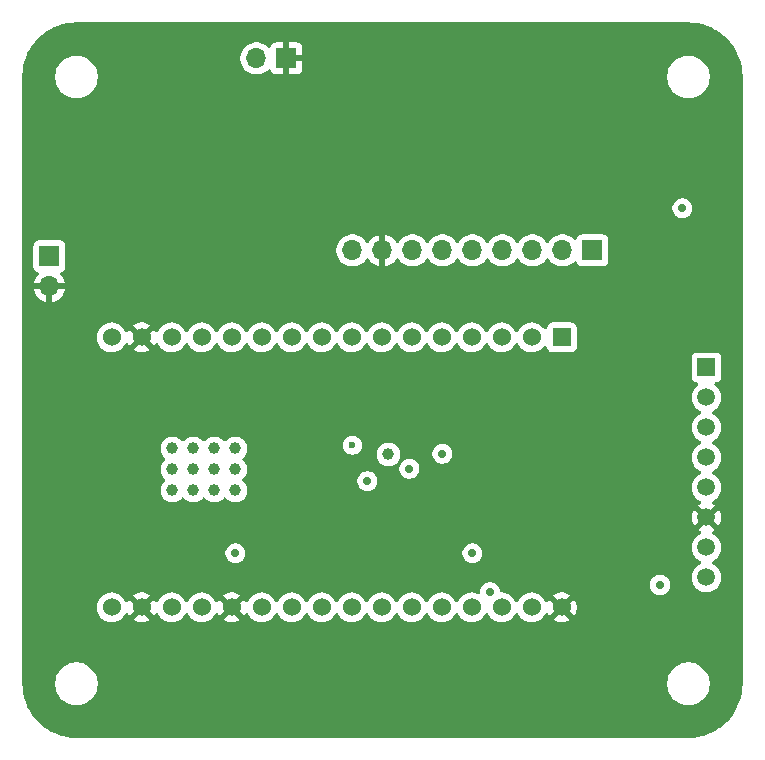
<source format=gbr>
%TF.GenerationSoftware,KiCad,Pcbnew,9.0.0*%
%TF.CreationDate,2025-11-19T13:49:17-06:00*%
%TF.ProjectId,FiltSure Prototype Three,46696c74-5375-4726-9520-50726f746f74,rev?*%
%TF.SameCoordinates,Original*%
%TF.FileFunction,Copper,L3,Inr*%
%TF.FilePolarity,Positive*%
%FSLAX46Y46*%
G04 Gerber Fmt 4.6, Leading zero omitted, Abs format (unit mm)*
G04 Created by KiCad (PCBNEW 9.0.0) date 2025-11-19 13:49:17*
%MOMM*%
%LPD*%
G01*
G04 APERTURE LIST*
%TA.AperFunction,ComponentPad*%
%ADD10O,1.700000X1.700000*%
%TD*%
%TA.AperFunction,ComponentPad*%
%ADD11R,1.700000X1.700000*%
%TD*%
%TA.AperFunction,ComponentPad*%
%ADD12R,1.524000X1.524000*%
%TD*%
%TA.AperFunction,ComponentPad*%
%ADD13C,1.524000*%
%TD*%
%TA.AperFunction,ComponentPad*%
%ADD14R,1.508000X1.508000*%
%TD*%
%TA.AperFunction,ComponentPad*%
%ADD15C,1.508000*%
%TD*%
%TA.AperFunction,ViaPad*%
%ADD16C,0.700000*%
%TD*%
%TA.AperFunction,ViaPad*%
%ADD17C,1.000000*%
%TD*%
%TA.AperFunction,ViaPad*%
%ADD18C,0.600000*%
%TD*%
G04 APERTURE END LIST*
D10*
%TO.N,Net-(J2-Pin_2)*%
%TO.C,J2*%
X113131600Y-66442600D03*
D11*
%TO.N,GND*%
X115671600Y-66442600D03*
%TD*%
%TO.N,VCC*%
%TO.C,J1*%
X95605600Y-83201600D03*
D10*
%TO.N,GND*%
X95605600Y-85741600D03*
%TD*%
D12*
%TO.N,unconnected-(U6-ESP_3V3-PadJ1_1)*%
%TO.C,U6*%
X138980600Y-90064600D03*
D13*
%TO.N,/Reset*%
X136440600Y-90064600D03*
%TO.N,/Diag_Pin*%
X133900600Y-90064600D03*
%TO.N,/Speed_Pin*%
X131360600Y-90064600D03*
%TO.N,/SCK*%
X128820600Y-90064600D03*
%TO.N,/MOSI*%
X126280600Y-90064600D03*
%TO.N,/Batt_Pin*%
X123740600Y-90064600D03*
%TO.N,unconnected-(U6-GPIO1-PadJ1_8)*%
X121200600Y-90064600D03*
%TO.N,unconnected-(U6-GPIO8-PadJ1_9)*%
X118660600Y-90064600D03*
%TO.N,unconnected-(U6-GPIO10-PadJ1_10)*%
X116120600Y-90064600D03*
%TO.N,unconnected-(U6-GPIO11-PadJ1_11)*%
X113580600Y-90064600D03*
%TO.N,/CS_VREG*%
X111040600Y-90064600D03*
%TO.N,unconnected-(U6-GPIO3-PadJ1_13)*%
X108500600Y-90064600D03*
%TO.N,VCC*%
X105960600Y-90064600D03*
%TO.N,GND*%
X103420600Y-90064600D03*
%TO.N,unconnected-(U6-NC_J1_16-PadJ1_16)*%
X100880600Y-90064600D03*
%TO.N,GND*%
X138980600Y-112924600D03*
%TO.N,unconnected-(U6-UART_TXD-PadJ3_2)*%
X136440600Y-112924600D03*
%TO.N,unconnected-(U6-UART_RXD-PadJ3_3)*%
X133900600Y-112924600D03*
%TO.N,/CS_BME*%
X131360600Y-112924600D03*
%TO.N,/CS_RFID*%
X128820600Y-112924600D03*
%TO.N,/CS_LoRa*%
X126280600Y-112924600D03*
%TO.N,/RST_LoRa*%
X123740600Y-112924600D03*
%TO.N,/RFID_RST*%
X121200600Y-112924600D03*
%TO.N,/IRQ_LoRa*%
X118660600Y-112924600D03*
%TO.N,/MISO*%
X116120600Y-112924600D03*
%TO.N,unconnected-(U6-GPIO9-PadJ3_11)*%
X113580600Y-112924600D03*
%TO.N,GND*%
X111040600Y-112924600D03*
%TO.N,unconnected-(U6-GPIO13-PadJ3_13)*%
X108500600Y-112924600D03*
%TO.N,unconnected-(U6-GPIO12-PadJ3_14)*%
X105960600Y-112924600D03*
%TO.N,GND*%
X103420600Y-112924600D03*
%TO.N,unconnected-(U6-NC_J3_16-PadJ3_16)*%
X100880600Y-112924600D03*
%TD*%
D11*
%TO.N,/RST_LoRa*%
%TO.C,U3*%
X141579600Y-82698600D03*
D10*
%TO.N,/CS_LoRa*%
X139039600Y-82698600D03*
%TO.N,/MISO*%
X136499600Y-82698600D03*
%TO.N,/MOSI*%
X133959600Y-82698600D03*
%TO.N,/SCK*%
X131419600Y-82698600D03*
%TO.N,/IRQ_LoRa*%
X128879600Y-82698600D03*
%TO.N,unconnected-(U3-DIO5-Pad7)*%
X126339600Y-82698600D03*
%TO.N,GND*%
X123799600Y-82698600D03*
%TO.N,+3.3V*%
X121259600Y-82698600D03*
%TD*%
D14*
%TO.N,/CS_RFID*%
%TO.C,M1*%
X151231600Y-92604600D03*
D15*
%TO.N,/SCK*%
X151231600Y-95144600D03*
%TO.N,/MOSI*%
X151231600Y-97684600D03*
%TO.N,/MISO*%
X151231600Y-100224600D03*
%TO.N,unconnected-(M1-IRQ-Pad5)*%
X151231600Y-102764600D03*
%TO.N,GND*%
X151231600Y-105304600D03*
%TO.N,/RFID_RST*%
X151231600Y-107844600D03*
%TO.N,+3.3V*%
X151231600Y-110384600D03*
%TD*%
D16*
%TO.N,+3.3V*%
X131419600Y-108352600D03*
D17*
%TO.N,GND*%
X117703600Y-109876600D03*
X132181600Y-102002600D03*
X131419600Y-106320600D03*
X113639600Y-109876600D03*
X125577600Y-107082600D03*
X117703600Y-107082600D03*
X108813600Y-92350600D03*
X145389600Y-102002600D03*
X124561600Y-96668600D03*
X136753600Y-100224600D03*
X148125914Y-95340914D03*
X142341600Y-95144600D03*
X108559600Y-109876600D03*
X127609600Y-97938600D03*
X122529600Y-111146600D03*
X131419600Y-104542600D03*
X137261600Y-102002600D03*
X103733600Y-109876600D03*
X128879600Y-106066600D03*
X137261600Y-107402600D03*
X127609600Y-92096600D03*
X124852352Y-92946759D03*
X134485462Y-105756959D03*
X121513600Y-107082600D03*
X147871914Y-92800914D03*
X121513600Y-105558600D03*
X125069600Y-111146600D03*
X142145286Y-106516914D03*
X142341600Y-89556600D03*
X130403600Y-96668600D03*
X140817600Y-107402600D03*
X138648386Y-106691386D03*
D16*
X118719600Y-102002600D03*
D17*
X130403600Y-92946759D03*
X127609600Y-95398600D03*
%TO.N,+3.3V*%
X111353600Y-103018600D03*
X107797600Y-103018600D03*
X107797600Y-101240600D03*
X109575600Y-99462600D03*
X111353600Y-99462600D03*
X106019600Y-99462600D03*
X107797600Y-99462600D03*
X109575600Y-103018600D03*
D16*
X111353600Y-108352600D03*
D17*
X111353600Y-101240600D03*
X106019600Y-103018600D03*
X106019600Y-101240600D03*
X109575600Y-101240600D03*
D16*
%TO.N,/CS_BME*%
X122529600Y-102243600D03*
D17*
%TO.N,/SCK*%
X124307600Y-99970600D03*
D16*
X128879600Y-99907600D03*
D18*
%TO.N,/MISO*%
X121259600Y-99208600D03*
D16*
%TO.N,/MOSI*%
X149199600Y-79142600D03*
X126085600Y-101177600D03*
%TO.N,/CS_RFID*%
X147294600Y-111019600D03*
X132919101Y-111654599D03*
%TD*%
%TA.AperFunction,Conductor*%
%TO.N,GND*%
G36*
X149710852Y-63387242D02*
G01*
X150100234Y-63404242D01*
X150113178Y-63405374D01*
X150496378Y-63455824D01*
X150509159Y-63458077D01*
X150886521Y-63541737D01*
X150899053Y-63545095D01*
X151196402Y-63638849D01*
X151267677Y-63661322D01*
X151279891Y-63665768D01*
X151636963Y-63813671D01*
X151648743Y-63819163D01*
X151991593Y-63997640D01*
X152002835Y-64004131D01*
X152328812Y-64211801D01*
X152339447Y-64219247D01*
X152646094Y-64454546D01*
X152656036Y-64462889D01*
X152706446Y-64509080D01*
X152940999Y-64724009D01*
X152950190Y-64733200D01*
X153211304Y-65018155D01*
X153219655Y-65028107D01*
X153418732Y-65287550D01*
X153454947Y-65334746D01*
X153462401Y-65345392D01*
X153465662Y-65350511D01*
X153670063Y-65671356D01*
X153676563Y-65682613D01*
X153855035Y-66025454D01*
X153860528Y-66037236D01*
X154008431Y-66394308D01*
X154012877Y-66406522D01*
X154129101Y-66775135D01*
X154132465Y-66787690D01*
X154216119Y-67165028D01*
X154218376Y-67177830D01*
X154268824Y-67561020D01*
X154269957Y-67573969D01*
X154286958Y-67963347D01*
X154287100Y-67969846D01*
X154287100Y-119380553D01*
X154286958Y-119387052D01*
X154269957Y-119776430D01*
X154268824Y-119789379D01*
X154218376Y-120172569D01*
X154216119Y-120185371D01*
X154132465Y-120562709D01*
X154129101Y-120575264D01*
X154012877Y-120943877D01*
X154008431Y-120956091D01*
X153860528Y-121313163D01*
X153855035Y-121324945D01*
X153676563Y-121667786D01*
X153670063Y-121679043D01*
X153462402Y-122005006D01*
X153454947Y-122015653D01*
X153219660Y-122322286D01*
X153211304Y-122332244D01*
X152950190Y-122617199D01*
X152940999Y-122626390D01*
X152656044Y-122887504D01*
X152646086Y-122895860D01*
X152339453Y-123131147D01*
X152328806Y-123138602D01*
X152002843Y-123346263D01*
X151991586Y-123352763D01*
X151648745Y-123531235D01*
X151636963Y-123536728D01*
X151279891Y-123684631D01*
X151267677Y-123689077D01*
X150899064Y-123805301D01*
X150886509Y-123808665D01*
X150509171Y-123892319D01*
X150496369Y-123894576D01*
X150113179Y-123945024D01*
X150100230Y-123946157D01*
X149710852Y-123963158D01*
X149704353Y-123963300D01*
X97894715Y-123963300D01*
X97888216Y-123963158D01*
X97498972Y-123946163D01*
X97486023Y-123945030D01*
X97102833Y-123894583D01*
X97090031Y-123892326D01*
X96712695Y-123808672D01*
X96700140Y-123805308D01*
X96331520Y-123689083D01*
X96319306Y-123684637D01*
X95962241Y-123536737D01*
X95950459Y-123531244D01*
X95607608Y-123352767D01*
X95596361Y-123346273D01*
X95270381Y-123138602D01*
X95259755Y-123131161D01*
X94953113Y-122895865D01*
X94943156Y-122887511D01*
X94658192Y-122626391D01*
X94649001Y-122617199D01*
X94529289Y-122486557D01*
X94387885Y-122332242D01*
X94379543Y-122322300D01*
X94144246Y-122015653D01*
X94136794Y-122005010D01*
X94032961Y-121842026D01*
X93929125Y-121679038D01*
X93922628Y-121667785D01*
X93744162Y-121324953D01*
X93738669Y-121313173D01*
X93685287Y-121184299D01*
X93590762Y-120956095D01*
X93586316Y-120943880D01*
X93470092Y-120575264D01*
X93466728Y-120562709D01*
X93427608Y-120386250D01*
X93383070Y-120185352D01*
X93380819Y-120172587D01*
X93330368Y-119789379D01*
X93329236Y-119776431D01*
X93327462Y-119735806D01*
X93312242Y-119387189D01*
X93312100Y-119380690D01*
X93312100Y-119265783D01*
X96091100Y-119265783D01*
X96091100Y-119501816D01*
X96121905Y-119735806D01*
X96121906Y-119735812D01*
X96121907Y-119735814D01*
X96182994Y-119963793D01*
X96272145Y-120179023D01*
X96273319Y-120181856D01*
X96376063Y-120359813D01*
X96391327Y-120386250D01*
X96535008Y-120573499D01*
X96701901Y-120740392D01*
X96889150Y-120884073D01*
X96916295Y-120899745D01*
X97093543Y-121002080D01*
X97093546Y-121002081D01*
X97093551Y-121002084D01*
X97311607Y-121092406D01*
X97539586Y-121153493D01*
X97539592Y-121153493D01*
X97539593Y-121153494D01*
X97603203Y-121161868D01*
X97773589Y-121184300D01*
X98009611Y-121184300D01*
X98243614Y-121153493D01*
X98471593Y-121092406D01*
X98689649Y-121002084D01*
X98894050Y-120884073D01*
X99081299Y-120740392D01*
X99248192Y-120573499D01*
X99391873Y-120386250D01*
X99509884Y-120181849D01*
X99600206Y-119963793D01*
X99661293Y-119735814D01*
X99692100Y-119501811D01*
X99692100Y-119265789D01*
X99692099Y-119265783D01*
X147907100Y-119265783D01*
X147907100Y-119501816D01*
X147937905Y-119735806D01*
X147937906Y-119735812D01*
X147937907Y-119735814D01*
X147998994Y-119963793D01*
X148088145Y-120179023D01*
X148089319Y-120181856D01*
X148192063Y-120359813D01*
X148207327Y-120386250D01*
X148351008Y-120573499D01*
X148517901Y-120740392D01*
X148705150Y-120884073D01*
X148732295Y-120899745D01*
X148909543Y-121002080D01*
X148909546Y-121002081D01*
X148909551Y-121002084D01*
X149127607Y-121092406D01*
X149355586Y-121153493D01*
X149355592Y-121153493D01*
X149355593Y-121153494D01*
X149419203Y-121161868D01*
X149589589Y-121184300D01*
X149825611Y-121184300D01*
X150059614Y-121153493D01*
X150287593Y-121092406D01*
X150505649Y-121002084D01*
X150710050Y-120884073D01*
X150897299Y-120740392D01*
X151064192Y-120573499D01*
X151207873Y-120386250D01*
X151325884Y-120181849D01*
X151416206Y-119963793D01*
X151477293Y-119735814D01*
X151508100Y-119501811D01*
X151508100Y-119265789D01*
X151477293Y-119031786D01*
X151416206Y-118803807D01*
X151325884Y-118585751D01*
X151325881Y-118585746D01*
X151325880Y-118585743D01*
X151264831Y-118480005D01*
X151207873Y-118381350D01*
X151064192Y-118194101D01*
X150897299Y-118027208D01*
X150710050Y-117883527D01*
X150683613Y-117868263D01*
X150505656Y-117765519D01*
X150287596Y-117675195D01*
X150287594Y-117675194D01*
X150287593Y-117675194D01*
X150059614Y-117614107D01*
X150059612Y-117614106D01*
X150059606Y-117614105D01*
X149825616Y-117583300D01*
X149825611Y-117583300D01*
X149589589Y-117583300D01*
X149589583Y-117583300D01*
X149355593Y-117614105D01*
X149127603Y-117675195D01*
X148909543Y-117765519D01*
X148705151Y-117883526D01*
X148705150Y-117883527D01*
X148517901Y-118027208D01*
X148517899Y-118027209D01*
X148517895Y-118027213D01*
X148351013Y-118194095D01*
X148207326Y-118381351D01*
X148089319Y-118585743D01*
X147998995Y-118803803D01*
X147937905Y-119031793D01*
X147907100Y-119265783D01*
X99692099Y-119265783D01*
X99661293Y-119031786D01*
X99600206Y-118803807D01*
X99509884Y-118585751D01*
X99509881Y-118585746D01*
X99509880Y-118585743D01*
X99448831Y-118480005D01*
X99391873Y-118381350D01*
X99248192Y-118194101D01*
X99081299Y-118027208D01*
X98894050Y-117883527D01*
X98867613Y-117868263D01*
X98689656Y-117765519D01*
X98471596Y-117675195D01*
X98471594Y-117675194D01*
X98471593Y-117675194D01*
X98243614Y-117614107D01*
X98243612Y-117614106D01*
X98243606Y-117614105D01*
X98009616Y-117583300D01*
X98009611Y-117583300D01*
X97773589Y-117583300D01*
X97773583Y-117583300D01*
X97539593Y-117614105D01*
X97311603Y-117675195D01*
X97093543Y-117765519D01*
X96889151Y-117883526D01*
X96889150Y-117883527D01*
X96701901Y-118027208D01*
X96701899Y-118027209D01*
X96701895Y-118027213D01*
X96535013Y-118194095D01*
X96391326Y-118381351D01*
X96273319Y-118585743D01*
X96182995Y-118803803D01*
X96121905Y-119031793D01*
X96091100Y-119265783D01*
X93312100Y-119265783D01*
X93312100Y-112825239D01*
X99618100Y-112825239D01*
X99618100Y-113023961D01*
X99631916Y-113111194D01*
X99649187Y-113220241D01*
X99710595Y-113409234D01*
X99771500Y-113528764D01*
X99800813Y-113586294D01*
X99917619Y-113747064D01*
X100058136Y-113887581D01*
X100218906Y-114004387D01*
X100333964Y-114063012D01*
X100395965Y-114094604D01*
X100584958Y-114156011D01*
X100584958Y-114156012D01*
X100584963Y-114156012D01*
X100584964Y-114156013D01*
X100781239Y-114187100D01*
X100781243Y-114187100D01*
X100979957Y-114187100D01*
X100979961Y-114187100D01*
X101176236Y-114156013D01*
X101176237Y-114156012D01*
X101176241Y-114156012D01*
X101176241Y-114156011D01*
X101365232Y-114094605D01*
X101542294Y-114004387D01*
X101703064Y-113887581D01*
X101843581Y-113747064D01*
X101960387Y-113586294D01*
X102018121Y-113472984D01*
X102069730Y-113415668D01*
X102143083Y-113391834D01*
X102218526Y-113407870D01*
X102275843Y-113459479D01*
X102283641Y-113472985D01*
X102341242Y-113586033D01*
X102341243Y-113586035D01*
X102368329Y-113623315D01*
X102368330Y-113623315D01*
X102931104Y-113060541D01*
X102947219Y-113120681D01*
X103014098Y-113236520D01*
X103108680Y-113331102D01*
X103224519Y-113397981D01*
X103284657Y-113414095D01*
X102721883Y-113976869D01*
X102759164Y-114003956D01*
X102759166Y-114003957D01*
X102936154Y-114094138D01*
X102936169Y-114094144D01*
X103125078Y-114155524D01*
X103321283Y-114186600D01*
X103519917Y-114186600D01*
X103716121Y-114155524D01*
X103905030Y-114094144D01*
X103905050Y-114094135D01*
X104082023Y-114003963D01*
X104082035Y-114003956D01*
X104119315Y-113976869D01*
X104119316Y-113976869D01*
X103556542Y-113414095D01*
X103616681Y-113397981D01*
X103732520Y-113331102D01*
X103827102Y-113236520D01*
X103893981Y-113120681D01*
X103910095Y-113060542D01*
X104472869Y-113623316D01*
X104472869Y-113623315D01*
X104499956Y-113586035D01*
X104499963Y-113586023D01*
X104557559Y-113472986D01*
X104609167Y-113415668D01*
X104682520Y-113391834D01*
X104757963Y-113407870D01*
X104815281Y-113459478D01*
X104823078Y-113472983D01*
X104880813Y-113586294D01*
X104997619Y-113747064D01*
X105138136Y-113887581D01*
X105298906Y-114004387D01*
X105413964Y-114063012D01*
X105475965Y-114094604D01*
X105664958Y-114156011D01*
X105664958Y-114156012D01*
X105664963Y-114156012D01*
X105664964Y-114156013D01*
X105861239Y-114187100D01*
X105861243Y-114187100D01*
X106059957Y-114187100D01*
X106059961Y-114187100D01*
X106256236Y-114156013D01*
X106256237Y-114156012D01*
X106256241Y-114156012D01*
X106256241Y-114156011D01*
X106445232Y-114094605D01*
X106622294Y-114004387D01*
X106783064Y-113887581D01*
X106923581Y-113747064D01*
X107040387Y-113586294D01*
X107097840Y-113473535D01*
X107149449Y-113416219D01*
X107222802Y-113392385D01*
X107298245Y-113408421D01*
X107355562Y-113460030D01*
X107363357Y-113473531D01*
X107420813Y-113586294D01*
X107537619Y-113747064D01*
X107678136Y-113887581D01*
X107838906Y-114004387D01*
X107953964Y-114063012D01*
X108015965Y-114094604D01*
X108204958Y-114156011D01*
X108204958Y-114156012D01*
X108204963Y-114156012D01*
X108204964Y-114156013D01*
X108401239Y-114187100D01*
X108401243Y-114187100D01*
X108599957Y-114187100D01*
X108599961Y-114187100D01*
X108796236Y-114156013D01*
X108796237Y-114156012D01*
X108796241Y-114156012D01*
X108796241Y-114156011D01*
X108985232Y-114094605D01*
X109162294Y-114004387D01*
X109323064Y-113887581D01*
X109463581Y-113747064D01*
X109580387Y-113586294D01*
X109638121Y-113472984D01*
X109689730Y-113415668D01*
X109763083Y-113391834D01*
X109838526Y-113407870D01*
X109895843Y-113459479D01*
X109903641Y-113472985D01*
X109961242Y-113586033D01*
X109961243Y-113586035D01*
X109988329Y-113623315D01*
X109988330Y-113623315D01*
X110551104Y-113060541D01*
X110567219Y-113120681D01*
X110634098Y-113236520D01*
X110728680Y-113331102D01*
X110844519Y-113397981D01*
X110904657Y-113414095D01*
X110341883Y-113976869D01*
X110379164Y-114003956D01*
X110379166Y-114003957D01*
X110556154Y-114094138D01*
X110556169Y-114094144D01*
X110745078Y-114155524D01*
X110941283Y-114186600D01*
X111139917Y-114186600D01*
X111336121Y-114155524D01*
X111525030Y-114094144D01*
X111525050Y-114094135D01*
X111702023Y-114003963D01*
X111702035Y-114003956D01*
X111739315Y-113976869D01*
X111739316Y-113976869D01*
X111176542Y-113414095D01*
X111236681Y-113397981D01*
X111352520Y-113331102D01*
X111447102Y-113236520D01*
X111513981Y-113120681D01*
X111530095Y-113060542D01*
X112092869Y-113623316D01*
X112092869Y-113623315D01*
X112119956Y-113586035D01*
X112119963Y-113586023D01*
X112177559Y-113472986D01*
X112229167Y-113415668D01*
X112302520Y-113391834D01*
X112377963Y-113407870D01*
X112435281Y-113459478D01*
X112443078Y-113472983D01*
X112500813Y-113586294D01*
X112617619Y-113747064D01*
X112758136Y-113887581D01*
X112918906Y-114004387D01*
X113033964Y-114063012D01*
X113095965Y-114094604D01*
X113284958Y-114156011D01*
X113284958Y-114156012D01*
X113284963Y-114156012D01*
X113284964Y-114156013D01*
X113481239Y-114187100D01*
X113481243Y-114187100D01*
X113679957Y-114187100D01*
X113679961Y-114187100D01*
X113876236Y-114156013D01*
X113876237Y-114156012D01*
X113876241Y-114156012D01*
X113876241Y-114156011D01*
X114065232Y-114094605D01*
X114242294Y-114004387D01*
X114403064Y-113887581D01*
X114543581Y-113747064D01*
X114660387Y-113586294D01*
X114717840Y-113473535D01*
X114769449Y-113416219D01*
X114842802Y-113392385D01*
X114918245Y-113408421D01*
X114975562Y-113460030D01*
X114983357Y-113473531D01*
X115040813Y-113586294D01*
X115157619Y-113747064D01*
X115298136Y-113887581D01*
X115458906Y-114004387D01*
X115573964Y-114063012D01*
X115635965Y-114094604D01*
X115824958Y-114156011D01*
X115824958Y-114156012D01*
X115824963Y-114156012D01*
X115824964Y-114156013D01*
X116021239Y-114187100D01*
X116021243Y-114187100D01*
X116219957Y-114187100D01*
X116219961Y-114187100D01*
X116416236Y-114156013D01*
X116416237Y-114156012D01*
X116416241Y-114156012D01*
X116416241Y-114156011D01*
X116605232Y-114094605D01*
X116782294Y-114004387D01*
X116943064Y-113887581D01*
X117083581Y-113747064D01*
X117200387Y-113586294D01*
X117257840Y-113473535D01*
X117309449Y-113416219D01*
X117382802Y-113392385D01*
X117458245Y-113408421D01*
X117515562Y-113460030D01*
X117523357Y-113473531D01*
X117580813Y-113586294D01*
X117697619Y-113747064D01*
X117838136Y-113887581D01*
X117998906Y-114004387D01*
X118113964Y-114063012D01*
X118175965Y-114094604D01*
X118364958Y-114156011D01*
X118364958Y-114156012D01*
X118364963Y-114156012D01*
X118364964Y-114156013D01*
X118561239Y-114187100D01*
X118561243Y-114187100D01*
X118759957Y-114187100D01*
X118759961Y-114187100D01*
X118956236Y-114156013D01*
X118956237Y-114156012D01*
X118956241Y-114156012D01*
X118956241Y-114156011D01*
X119145232Y-114094605D01*
X119322294Y-114004387D01*
X119483064Y-113887581D01*
X119623581Y-113747064D01*
X119740387Y-113586294D01*
X119797840Y-113473535D01*
X119849449Y-113416219D01*
X119922802Y-113392385D01*
X119998245Y-113408421D01*
X120055562Y-113460030D01*
X120063357Y-113473531D01*
X120120813Y-113586294D01*
X120237619Y-113747064D01*
X120378136Y-113887581D01*
X120538906Y-114004387D01*
X120653964Y-114063012D01*
X120715965Y-114094604D01*
X120904958Y-114156011D01*
X120904958Y-114156012D01*
X120904963Y-114156012D01*
X120904964Y-114156013D01*
X121101239Y-114187100D01*
X121101243Y-114187100D01*
X121299957Y-114187100D01*
X121299961Y-114187100D01*
X121496236Y-114156013D01*
X121496237Y-114156012D01*
X121496241Y-114156012D01*
X121496241Y-114156011D01*
X121685232Y-114094605D01*
X121862294Y-114004387D01*
X122023064Y-113887581D01*
X122163581Y-113747064D01*
X122280387Y-113586294D01*
X122337840Y-113473535D01*
X122389449Y-113416219D01*
X122462802Y-113392385D01*
X122538245Y-113408421D01*
X122595562Y-113460030D01*
X122603357Y-113473531D01*
X122660813Y-113586294D01*
X122777619Y-113747064D01*
X122918136Y-113887581D01*
X123078906Y-114004387D01*
X123193964Y-114063012D01*
X123255965Y-114094604D01*
X123444958Y-114156011D01*
X123444958Y-114156012D01*
X123444963Y-114156012D01*
X123444964Y-114156013D01*
X123641239Y-114187100D01*
X123641243Y-114187100D01*
X123839957Y-114187100D01*
X123839961Y-114187100D01*
X124036236Y-114156013D01*
X124036237Y-114156012D01*
X124036241Y-114156012D01*
X124036241Y-114156011D01*
X124225232Y-114094605D01*
X124402294Y-114004387D01*
X124563064Y-113887581D01*
X124703581Y-113747064D01*
X124820387Y-113586294D01*
X124877840Y-113473535D01*
X124929449Y-113416219D01*
X125002802Y-113392385D01*
X125078245Y-113408421D01*
X125135562Y-113460030D01*
X125143357Y-113473531D01*
X125200813Y-113586294D01*
X125317619Y-113747064D01*
X125458136Y-113887581D01*
X125618906Y-114004387D01*
X125733964Y-114063012D01*
X125795965Y-114094604D01*
X125984958Y-114156011D01*
X125984958Y-114156012D01*
X125984963Y-114156012D01*
X125984964Y-114156013D01*
X126181239Y-114187100D01*
X126181243Y-114187100D01*
X126379957Y-114187100D01*
X126379961Y-114187100D01*
X126576236Y-114156013D01*
X126576237Y-114156012D01*
X126576241Y-114156012D01*
X126576241Y-114156011D01*
X126765232Y-114094605D01*
X126942294Y-114004387D01*
X127103064Y-113887581D01*
X127243581Y-113747064D01*
X127360387Y-113586294D01*
X127417840Y-113473535D01*
X127469449Y-113416219D01*
X127542802Y-113392385D01*
X127618245Y-113408421D01*
X127675562Y-113460030D01*
X127683357Y-113473531D01*
X127740813Y-113586294D01*
X127857619Y-113747064D01*
X127998136Y-113887581D01*
X128158906Y-114004387D01*
X128273964Y-114063012D01*
X128335965Y-114094604D01*
X128524958Y-114156011D01*
X128524958Y-114156012D01*
X128524963Y-114156012D01*
X128524964Y-114156013D01*
X128721239Y-114187100D01*
X128721243Y-114187100D01*
X128919957Y-114187100D01*
X128919961Y-114187100D01*
X129116236Y-114156013D01*
X129116237Y-114156012D01*
X129116241Y-114156012D01*
X129116241Y-114156011D01*
X129305232Y-114094605D01*
X129482294Y-114004387D01*
X129643064Y-113887581D01*
X129783581Y-113747064D01*
X129900387Y-113586294D01*
X129957840Y-113473535D01*
X130009449Y-113416219D01*
X130082802Y-113392385D01*
X130158245Y-113408421D01*
X130215562Y-113460030D01*
X130223357Y-113473531D01*
X130280813Y-113586294D01*
X130397619Y-113747064D01*
X130538136Y-113887581D01*
X130698906Y-114004387D01*
X130813964Y-114063012D01*
X130875965Y-114094604D01*
X131064958Y-114156011D01*
X131064958Y-114156012D01*
X131064963Y-114156012D01*
X131064964Y-114156013D01*
X131261239Y-114187100D01*
X131261243Y-114187100D01*
X131459957Y-114187100D01*
X131459961Y-114187100D01*
X131656236Y-114156013D01*
X131656237Y-114156012D01*
X131656241Y-114156012D01*
X131656241Y-114156011D01*
X131845232Y-114094605D01*
X132022294Y-114004387D01*
X132183064Y-113887581D01*
X132323581Y-113747064D01*
X132440387Y-113586294D01*
X132497840Y-113473535D01*
X132549449Y-113416219D01*
X132622802Y-113392385D01*
X132698245Y-113408421D01*
X132755562Y-113460030D01*
X132763357Y-113473531D01*
X132820813Y-113586294D01*
X132937619Y-113747064D01*
X133078136Y-113887581D01*
X133238906Y-114004387D01*
X133353964Y-114063012D01*
X133415965Y-114094604D01*
X133604958Y-114156011D01*
X133604958Y-114156012D01*
X133604963Y-114156012D01*
X133604964Y-114156013D01*
X133801239Y-114187100D01*
X133801243Y-114187100D01*
X133999957Y-114187100D01*
X133999961Y-114187100D01*
X134196236Y-114156013D01*
X134196237Y-114156012D01*
X134196241Y-114156012D01*
X134196241Y-114156011D01*
X134385232Y-114094605D01*
X134562294Y-114004387D01*
X134723064Y-113887581D01*
X134863581Y-113747064D01*
X134980387Y-113586294D01*
X135037840Y-113473535D01*
X135089449Y-113416219D01*
X135162802Y-113392385D01*
X135238245Y-113408421D01*
X135295562Y-113460030D01*
X135303357Y-113473531D01*
X135360813Y-113586294D01*
X135477619Y-113747064D01*
X135618136Y-113887581D01*
X135778906Y-114004387D01*
X135893964Y-114063012D01*
X135955965Y-114094604D01*
X136144958Y-114156011D01*
X136144958Y-114156012D01*
X136144963Y-114156012D01*
X136144964Y-114156013D01*
X136341239Y-114187100D01*
X136341243Y-114187100D01*
X136539957Y-114187100D01*
X136539961Y-114187100D01*
X136736236Y-114156013D01*
X136736237Y-114156012D01*
X136736241Y-114156012D01*
X136736241Y-114156011D01*
X136925232Y-114094605D01*
X137102294Y-114004387D01*
X137263064Y-113887581D01*
X137403581Y-113747064D01*
X137520387Y-113586294D01*
X137578121Y-113472984D01*
X137629730Y-113415668D01*
X137703083Y-113391834D01*
X137778526Y-113407870D01*
X137835843Y-113459479D01*
X137843641Y-113472985D01*
X137901242Y-113586033D01*
X137901243Y-113586035D01*
X137928329Y-113623315D01*
X137928330Y-113623315D01*
X138491104Y-113060541D01*
X138507219Y-113120681D01*
X138574098Y-113236520D01*
X138668680Y-113331102D01*
X138784519Y-113397981D01*
X138844657Y-113414094D01*
X138281882Y-113976869D01*
X138319164Y-114003956D01*
X138319166Y-114003957D01*
X138496154Y-114094138D01*
X138496169Y-114094144D01*
X138685078Y-114155524D01*
X138881283Y-114186600D01*
X139079917Y-114186600D01*
X139276121Y-114155524D01*
X139465030Y-114094144D01*
X139465050Y-114094135D01*
X139642023Y-114003963D01*
X139642035Y-114003956D01*
X139679315Y-113976869D01*
X139679316Y-113976869D01*
X139116542Y-113414095D01*
X139176681Y-113397981D01*
X139292520Y-113331102D01*
X139387102Y-113236520D01*
X139453981Y-113120681D01*
X139470095Y-113060542D01*
X140032869Y-113623316D01*
X140032869Y-113623315D01*
X140059956Y-113586035D01*
X140059963Y-113586023D01*
X140150135Y-113409050D01*
X140150144Y-113409030D01*
X140211524Y-113220121D01*
X140242600Y-113023917D01*
X140242600Y-112825282D01*
X140211524Y-112629078D01*
X140150144Y-112440169D01*
X140150138Y-112440154D01*
X140059957Y-112263166D01*
X140059956Y-112263164D01*
X140032869Y-112225883D01*
X139470094Y-112788657D01*
X139453981Y-112728519D01*
X139387102Y-112612680D01*
X139292520Y-112518098D01*
X139176681Y-112451219D01*
X139116540Y-112435104D01*
X139679315Y-111872330D01*
X139679315Y-111872329D01*
X139642035Y-111845243D01*
X139642033Y-111845242D01*
X139465045Y-111755061D01*
X139465030Y-111755055D01*
X139276121Y-111693675D01*
X139079917Y-111662600D01*
X138881283Y-111662600D01*
X138685078Y-111693675D01*
X138496169Y-111755055D01*
X138496154Y-111755061D01*
X138319166Y-111845242D01*
X138319157Y-111845247D01*
X138281883Y-111872328D01*
X138281883Y-111872330D01*
X138844657Y-112435104D01*
X138784519Y-112451219D01*
X138668680Y-112518098D01*
X138574098Y-112612680D01*
X138507219Y-112728519D01*
X138491104Y-112788657D01*
X137928330Y-112225883D01*
X137928328Y-112225883D01*
X137901247Y-112263157D01*
X137901242Y-112263166D01*
X137843641Y-112376214D01*
X137792032Y-112433531D01*
X137718679Y-112457365D01*
X137643236Y-112441329D01*
X137585919Y-112389720D01*
X137578121Y-112376214D01*
X137560488Y-112341609D01*
X137520387Y-112262906D01*
X137403581Y-112102136D01*
X137263064Y-111961619D01*
X137102294Y-111844813D01*
X137044764Y-111815500D01*
X136925234Y-111754595D01*
X136736241Y-111693188D01*
X136736241Y-111693187D01*
X136627194Y-111675916D01*
X136539961Y-111662100D01*
X136341239Y-111662100D01*
X136262729Y-111674534D01*
X136144958Y-111693187D01*
X136144958Y-111693188D01*
X135955965Y-111754595D01*
X135778904Y-111844814D01*
X135618139Y-111961616D01*
X135477616Y-112102139D01*
X135360814Y-112262904D01*
X135303360Y-112375663D01*
X135251751Y-112432980D01*
X135178397Y-112456814D01*
X135102955Y-112440778D01*
X135045638Y-112389169D01*
X135037840Y-112375663D01*
X135028887Y-112358092D01*
X134980387Y-112262906D01*
X134863581Y-112102136D01*
X134723064Y-111961619D01*
X134562294Y-111844813D01*
X134504764Y-111815500D01*
X134385234Y-111754595D01*
X134196241Y-111693188D01*
X134196241Y-111693187D01*
X134087194Y-111675916D01*
X133999961Y-111662100D01*
X133910036Y-111662100D01*
X133835536Y-111642138D01*
X133780998Y-111587600D01*
X133763899Y-111542168D01*
X133747066Y-111457544D01*
X133736917Y-111406517D01*
X133672804Y-111251736D01*
X133639472Y-111201852D01*
X133579729Y-111112440D01*
X133579727Y-111112437D01*
X133461263Y-110993973D01*
X133461259Y-110993970D01*
X133374250Y-110935832D01*
X146444100Y-110935832D01*
X146444100Y-111103367D01*
X146476783Y-111267679D01*
X146540894Y-111422458D01*
X146540901Y-111422470D01*
X146624238Y-111547191D01*
X146633974Y-111561762D01*
X146752438Y-111680226D01*
X146752441Y-111680228D01*
X146891729Y-111773298D01*
X146891733Y-111773300D01*
X146891737Y-111773303D01*
X146891738Y-111773303D01*
X146891741Y-111773305D01*
X146894047Y-111774260D01*
X147046518Y-111837416D01*
X147210833Y-111870100D01*
X147378367Y-111870100D01*
X147542682Y-111837416D01*
X147697463Y-111773303D01*
X147836762Y-111680226D01*
X147955226Y-111561762D01*
X148048303Y-111422463D01*
X148112416Y-111267682D01*
X148145100Y-111103367D01*
X148145100Y-110935833D01*
X148138151Y-110900900D01*
X148125398Y-110836782D01*
X148112416Y-110771518D01*
X148048303Y-110616737D01*
X147955226Y-110477438D01*
X147836762Y-110358974D01*
X147727358Y-110285872D01*
X147697470Y-110265901D01*
X147697458Y-110265894D01*
X147574736Y-110215061D01*
X147542682Y-110201784D01*
X147542680Y-110201783D01*
X147542679Y-110201783D01*
X147378367Y-110169100D01*
X147210833Y-110169100D01*
X147046520Y-110201783D01*
X146891741Y-110265894D01*
X146891729Y-110265901D01*
X146752441Y-110358971D01*
X146752434Y-110358977D01*
X146633977Y-110477434D01*
X146633971Y-110477441D01*
X146540901Y-110616729D01*
X146540894Y-110616741D01*
X146476783Y-110771520D01*
X146444100Y-110935832D01*
X133374250Y-110935832D01*
X133321971Y-110900900D01*
X133321959Y-110900893D01*
X133199237Y-110850060D01*
X133167183Y-110836783D01*
X133167181Y-110836782D01*
X133167180Y-110836782D01*
X133002868Y-110804099D01*
X132835334Y-110804099D01*
X132671021Y-110836782D01*
X132516242Y-110900893D01*
X132516230Y-110900900D01*
X132376942Y-110993970D01*
X132376935Y-110993976D01*
X132258478Y-111112433D01*
X132258472Y-111112440D01*
X132165402Y-111251728D01*
X132165395Y-111251740D01*
X132101284Y-111406519D01*
X132068601Y-111570831D01*
X132068601Y-111625260D01*
X132048639Y-111699760D01*
X131994101Y-111754298D01*
X131919601Y-111774260D01*
X131851963Y-111758023D01*
X131845238Y-111754597D01*
X131845239Y-111754597D01*
X131656241Y-111693188D01*
X131656241Y-111693187D01*
X131547194Y-111675916D01*
X131459961Y-111662100D01*
X131261239Y-111662100D01*
X131182729Y-111674534D01*
X131064958Y-111693187D01*
X131064958Y-111693188D01*
X130875965Y-111754595D01*
X130698904Y-111844814D01*
X130538139Y-111961616D01*
X130397616Y-112102139D01*
X130280814Y-112262904D01*
X130223360Y-112375663D01*
X130171751Y-112432980D01*
X130098397Y-112456814D01*
X130022955Y-112440778D01*
X129965638Y-112389169D01*
X129957840Y-112375663D01*
X129948887Y-112358092D01*
X129900387Y-112262906D01*
X129783581Y-112102136D01*
X129643064Y-111961619D01*
X129482294Y-111844813D01*
X129424764Y-111815500D01*
X129305234Y-111754595D01*
X129116241Y-111693188D01*
X129116241Y-111693187D01*
X129007194Y-111675916D01*
X128919961Y-111662100D01*
X128721239Y-111662100D01*
X128642729Y-111674534D01*
X128524958Y-111693187D01*
X128524958Y-111693188D01*
X128335965Y-111754595D01*
X128158904Y-111844814D01*
X127998139Y-111961616D01*
X127857616Y-112102139D01*
X127740814Y-112262904D01*
X127683360Y-112375663D01*
X127631751Y-112432980D01*
X127558397Y-112456814D01*
X127482955Y-112440778D01*
X127425638Y-112389169D01*
X127417840Y-112375663D01*
X127408887Y-112358092D01*
X127360387Y-112262906D01*
X127243581Y-112102136D01*
X127103064Y-111961619D01*
X126942294Y-111844813D01*
X126884764Y-111815500D01*
X126765234Y-111754595D01*
X126576241Y-111693188D01*
X126576241Y-111693187D01*
X126467194Y-111675916D01*
X126379961Y-111662100D01*
X126181239Y-111662100D01*
X126102729Y-111674534D01*
X125984958Y-111693187D01*
X125984958Y-111693188D01*
X125795965Y-111754595D01*
X125618904Y-111844814D01*
X125458139Y-111961616D01*
X125317616Y-112102139D01*
X125200814Y-112262904D01*
X125143360Y-112375663D01*
X125091751Y-112432980D01*
X125018397Y-112456814D01*
X124942955Y-112440778D01*
X124885638Y-112389169D01*
X124877840Y-112375663D01*
X124868887Y-112358092D01*
X124820387Y-112262906D01*
X124703581Y-112102136D01*
X124563064Y-111961619D01*
X124402294Y-111844813D01*
X124344764Y-111815500D01*
X124225234Y-111754595D01*
X124036241Y-111693188D01*
X124036241Y-111693187D01*
X123927194Y-111675916D01*
X123839961Y-111662100D01*
X123641239Y-111662100D01*
X123562729Y-111674534D01*
X123444958Y-111693187D01*
X123444958Y-111693188D01*
X123255965Y-111754595D01*
X123078904Y-111844814D01*
X122918139Y-111961616D01*
X122777616Y-112102139D01*
X122660814Y-112262904D01*
X122603360Y-112375663D01*
X122551751Y-112432980D01*
X122478397Y-112456814D01*
X122402955Y-112440778D01*
X122345638Y-112389169D01*
X122337840Y-112375663D01*
X122328887Y-112358092D01*
X122280387Y-112262906D01*
X122163581Y-112102136D01*
X122023064Y-111961619D01*
X121862294Y-111844813D01*
X121804764Y-111815500D01*
X121685234Y-111754595D01*
X121496241Y-111693188D01*
X121496241Y-111693187D01*
X121387194Y-111675916D01*
X121299961Y-111662100D01*
X121101239Y-111662100D01*
X121022729Y-111674534D01*
X120904958Y-111693187D01*
X120904958Y-111693188D01*
X120715965Y-111754595D01*
X120538904Y-111844814D01*
X120378139Y-111961616D01*
X120237616Y-112102139D01*
X120120814Y-112262904D01*
X120063360Y-112375663D01*
X120011751Y-112432980D01*
X119938397Y-112456814D01*
X119862955Y-112440778D01*
X119805638Y-112389169D01*
X119797840Y-112375663D01*
X119788887Y-112358092D01*
X119740387Y-112262906D01*
X119623581Y-112102136D01*
X119483064Y-111961619D01*
X119322294Y-111844813D01*
X119264764Y-111815500D01*
X119145234Y-111754595D01*
X118956241Y-111693188D01*
X118956241Y-111693187D01*
X118847194Y-111675916D01*
X118759961Y-111662100D01*
X118561239Y-111662100D01*
X118482729Y-111674534D01*
X118364958Y-111693187D01*
X118364958Y-111693188D01*
X118175965Y-111754595D01*
X117998904Y-111844814D01*
X117838139Y-111961616D01*
X117697616Y-112102139D01*
X117580814Y-112262904D01*
X117523360Y-112375663D01*
X117471751Y-112432980D01*
X117398397Y-112456814D01*
X117322955Y-112440778D01*
X117265638Y-112389169D01*
X117257840Y-112375663D01*
X117248887Y-112358092D01*
X117200387Y-112262906D01*
X117083581Y-112102136D01*
X116943064Y-111961619D01*
X116782294Y-111844813D01*
X116724764Y-111815500D01*
X116605234Y-111754595D01*
X116416241Y-111693188D01*
X116416241Y-111693187D01*
X116307194Y-111675916D01*
X116219961Y-111662100D01*
X116021239Y-111662100D01*
X115942729Y-111674534D01*
X115824958Y-111693187D01*
X115824958Y-111693188D01*
X115635965Y-111754595D01*
X115458904Y-111844814D01*
X115298139Y-111961616D01*
X115157616Y-112102139D01*
X115040814Y-112262904D01*
X114983360Y-112375663D01*
X114931751Y-112432980D01*
X114858397Y-112456814D01*
X114782955Y-112440778D01*
X114725638Y-112389169D01*
X114717840Y-112375663D01*
X114708887Y-112358092D01*
X114660387Y-112262906D01*
X114543581Y-112102136D01*
X114403064Y-111961619D01*
X114242294Y-111844813D01*
X114184764Y-111815500D01*
X114065234Y-111754595D01*
X113876241Y-111693188D01*
X113876241Y-111693187D01*
X113767194Y-111675916D01*
X113679961Y-111662100D01*
X113481239Y-111662100D01*
X113402729Y-111674534D01*
X113284958Y-111693187D01*
X113284958Y-111693188D01*
X113095965Y-111754595D01*
X112918904Y-111844814D01*
X112758139Y-111961616D01*
X112617616Y-112102139D01*
X112500814Y-112262904D01*
X112500810Y-112262909D01*
X112443077Y-112376215D01*
X112391468Y-112433532D01*
X112318114Y-112457365D01*
X112242672Y-112441328D01*
X112185355Y-112389719D01*
X112177558Y-112376213D01*
X112119960Y-112263171D01*
X112119956Y-112263164D01*
X112092869Y-112225883D01*
X111530094Y-112788657D01*
X111513981Y-112728519D01*
X111447102Y-112612680D01*
X111352520Y-112518098D01*
X111236681Y-112451219D01*
X111176540Y-112435104D01*
X111739315Y-111872330D01*
X111739315Y-111872329D01*
X111702035Y-111845243D01*
X111702033Y-111845242D01*
X111525045Y-111755061D01*
X111525030Y-111755055D01*
X111336121Y-111693675D01*
X111139917Y-111662600D01*
X110941283Y-111662600D01*
X110745078Y-111693675D01*
X110556169Y-111755055D01*
X110556154Y-111755061D01*
X110379166Y-111845242D01*
X110379157Y-111845247D01*
X110341883Y-111872328D01*
X110341883Y-111872330D01*
X110904657Y-112435104D01*
X110844519Y-112451219D01*
X110728680Y-112518098D01*
X110634098Y-112612680D01*
X110567219Y-112728519D01*
X110551104Y-112788657D01*
X109988330Y-112225883D01*
X109988328Y-112225883D01*
X109961247Y-112263157D01*
X109961242Y-112263166D01*
X109903641Y-112376214D01*
X109852032Y-112433531D01*
X109778679Y-112457365D01*
X109703236Y-112441329D01*
X109645919Y-112389720D01*
X109638121Y-112376214D01*
X109620488Y-112341609D01*
X109580387Y-112262906D01*
X109463581Y-112102136D01*
X109323064Y-111961619D01*
X109162294Y-111844813D01*
X109104764Y-111815500D01*
X108985234Y-111754595D01*
X108796241Y-111693188D01*
X108796241Y-111693187D01*
X108687194Y-111675916D01*
X108599961Y-111662100D01*
X108401239Y-111662100D01*
X108322729Y-111674534D01*
X108204958Y-111693187D01*
X108204958Y-111693188D01*
X108015965Y-111754595D01*
X107838904Y-111844814D01*
X107678139Y-111961616D01*
X107537616Y-112102139D01*
X107420814Y-112262904D01*
X107363360Y-112375663D01*
X107311751Y-112432980D01*
X107238397Y-112456814D01*
X107162955Y-112440778D01*
X107105638Y-112389169D01*
X107097840Y-112375663D01*
X107088887Y-112358092D01*
X107040387Y-112262906D01*
X106923581Y-112102136D01*
X106783064Y-111961619D01*
X106622294Y-111844813D01*
X106564764Y-111815500D01*
X106445234Y-111754595D01*
X106256241Y-111693188D01*
X106256241Y-111693187D01*
X106147194Y-111675916D01*
X106059961Y-111662100D01*
X105861239Y-111662100D01*
X105782729Y-111674534D01*
X105664958Y-111693187D01*
X105664958Y-111693188D01*
X105475965Y-111754595D01*
X105298904Y-111844814D01*
X105138139Y-111961616D01*
X104997616Y-112102139D01*
X104880814Y-112262904D01*
X104880810Y-112262909D01*
X104823077Y-112376215D01*
X104771468Y-112433532D01*
X104698114Y-112457365D01*
X104622672Y-112441328D01*
X104565355Y-112389719D01*
X104557558Y-112376213D01*
X104499960Y-112263171D01*
X104499956Y-112263164D01*
X104472869Y-112225883D01*
X103910094Y-112788657D01*
X103893981Y-112728519D01*
X103827102Y-112612680D01*
X103732520Y-112518098D01*
X103616681Y-112451219D01*
X103556540Y-112435104D01*
X104119315Y-111872330D01*
X104119315Y-111872329D01*
X104082035Y-111845243D01*
X104082033Y-111845242D01*
X103905045Y-111755061D01*
X103905030Y-111755055D01*
X103716121Y-111693675D01*
X103519917Y-111662600D01*
X103321283Y-111662600D01*
X103125078Y-111693675D01*
X102936169Y-111755055D01*
X102936154Y-111755061D01*
X102759166Y-111845242D01*
X102759157Y-111845247D01*
X102721883Y-111872328D01*
X102721883Y-111872330D01*
X103284657Y-112435104D01*
X103224519Y-112451219D01*
X103108680Y-112518098D01*
X103014098Y-112612680D01*
X102947219Y-112728519D01*
X102931104Y-112788657D01*
X102368330Y-112225883D01*
X102368328Y-112225883D01*
X102341247Y-112263157D01*
X102341242Y-112263166D01*
X102283641Y-112376214D01*
X102232032Y-112433531D01*
X102158679Y-112457365D01*
X102083236Y-112441329D01*
X102025919Y-112389720D01*
X102018121Y-112376214D01*
X102000488Y-112341609D01*
X101960387Y-112262906D01*
X101843581Y-112102136D01*
X101703064Y-111961619D01*
X101542294Y-111844813D01*
X101484764Y-111815500D01*
X101365234Y-111754595D01*
X101176241Y-111693188D01*
X101176241Y-111693187D01*
X101067194Y-111675916D01*
X100979961Y-111662100D01*
X100781239Y-111662100D01*
X100702729Y-111674534D01*
X100584958Y-111693187D01*
X100584958Y-111693188D01*
X100395965Y-111754595D01*
X100218904Y-111844814D01*
X100058139Y-111961616D01*
X99917616Y-112102139D01*
X99800814Y-112262904D01*
X99710595Y-112439965D01*
X99649188Y-112628958D01*
X99649187Y-112628958D01*
X99633419Y-112728519D01*
X99618100Y-112825239D01*
X93312100Y-112825239D01*
X93312100Y-108268832D01*
X110503100Y-108268832D01*
X110503100Y-108436367D01*
X110535783Y-108600679D01*
X110599894Y-108755458D01*
X110599901Y-108755470D01*
X110692971Y-108894758D01*
X110692974Y-108894762D01*
X110811438Y-109013226D01*
X110811441Y-109013228D01*
X110950729Y-109106298D01*
X110950733Y-109106300D01*
X110950737Y-109106303D01*
X110950738Y-109106303D01*
X110950741Y-109106305D01*
X110989591Y-109122397D01*
X111105518Y-109170416D01*
X111269833Y-109203100D01*
X111437367Y-109203100D01*
X111601682Y-109170416D01*
X111756463Y-109106303D01*
X111895762Y-109013226D01*
X112014226Y-108894762D01*
X112107303Y-108755463D01*
X112171416Y-108600682D01*
X112204100Y-108436367D01*
X112204100Y-108268833D01*
X112204100Y-108268832D01*
X130569100Y-108268832D01*
X130569100Y-108436367D01*
X130601783Y-108600679D01*
X130665894Y-108755458D01*
X130665901Y-108755470D01*
X130758971Y-108894758D01*
X130758974Y-108894762D01*
X130877438Y-109013226D01*
X130877441Y-109013228D01*
X131016729Y-109106298D01*
X131016733Y-109106300D01*
X131016737Y-109106303D01*
X131016738Y-109106303D01*
X131016741Y-109106305D01*
X131055591Y-109122397D01*
X131171518Y-109170416D01*
X131335833Y-109203100D01*
X131503367Y-109203100D01*
X131667682Y-109170416D01*
X131822463Y-109106303D01*
X131961762Y-109013226D01*
X132080226Y-108894762D01*
X132173303Y-108755463D01*
X132237416Y-108600682D01*
X132270100Y-108436367D01*
X132270100Y-108268833D01*
X132237416Y-108104518D01*
X132173303Y-107949737D01*
X132080226Y-107810438D01*
X131961762Y-107691974D01*
X131961758Y-107691971D01*
X131822470Y-107598901D01*
X131822458Y-107598894D01*
X131699736Y-107548061D01*
X131667682Y-107534784D01*
X131667680Y-107534783D01*
X131667679Y-107534783D01*
X131503367Y-107502100D01*
X131335833Y-107502100D01*
X131171520Y-107534783D01*
X131016741Y-107598894D01*
X131016729Y-107598901D01*
X130877441Y-107691971D01*
X130877434Y-107691977D01*
X130758977Y-107810434D01*
X130758971Y-107810441D01*
X130665901Y-107949729D01*
X130665894Y-107949741D01*
X130601783Y-108104520D01*
X130569100Y-108268832D01*
X112204100Y-108268832D01*
X112171416Y-108104518D01*
X112107303Y-107949737D01*
X112014226Y-107810438D01*
X111895762Y-107691974D01*
X111895758Y-107691971D01*
X111756470Y-107598901D01*
X111756458Y-107598894D01*
X111633736Y-107548061D01*
X111601682Y-107534784D01*
X111601680Y-107534783D01*
X111601679Y-107534783D01*
X111437367Y-107502100D01*
X111269833Y-107502100D01*
X111105520Y-107534783D01*
X110950741Y-107598894D01*
X110950729Y-107598901D01*
X110811441Y-107691971D01*
X110811434Y-107691977D01*
X110692977Y-107810434D01*
X110692971Y-107810441D01*
X110599901Y-107949729D01*
X110599894Y-107949741D01*
X110535783Y-108104520D01*
X110503100Y-108268832D01*
X93312100Y-108268832D01*
X93312100Y-99364060D01*
X105019100Y-99364060D01*
X105019100Y-99561139D01*
X105057548Y-99754434D01*
X105057549Y-99754436D01*
X105132967Y-99936512D01*
X105132968Y-99936515D01*
X105181468Y-100009100D01*
X105242461Y-100100382D01*
X105242464Y-100100385D01*
X105386994Y-100244915D01*
X105385172Y-100246736D01*
X105422712Y-100299146D01*
X105430254Y-100375904D01*
X105398407Y-100446150D01*
X105386633Y-100457924D01*
X105386994Y-100458285D01*
X105242464Y-100602814D01*
X105242460Y-100602819D01*
X105132968Y-100766684D01*
X105132967Y-100766687D01*
X105057549Y-100948763D01*
X105057548Y-100948765D01*
X105039032Y-101041853D01*
X105019100Y-101142059D01*
X105019100Y-101339141D01*
X105028658Y-101387191D01*
X105057548Y-101532434D01*
X105057549Y-101532436D01*
X105132967Y-101714512D01*
X105132968Y-101714515D01*
X105205797Y-101823511D01*
X105242461Y-101878382D01*
X105242464Y-101878385D01*
X105386994Y-102022915D01*
X105385172Y-102024736D01*
X105422712Y-102077146D01*
X105430254Y-102153904D01*
X105398407Y-102224150D01*
X105386633Y-102235924D01*
X105386994Y-102236285D01*
X105242464Y-102380814D01*
X105242460Y-102380819D01*
X105132968Y-102544684D01*
X105132967Y-102544687D01*
X105057549Y-102726763D01*
X105057548Y-102726765D01*
X105030385Y-102863327D01*
X105022250Y-102904226D01*
X105019100Y-102920060D01*
X105019100Y-103117139D01*
X105057548Y-103310434D01*
X105057549Y-103310436D01*
X105132967Y-103492512D01*
X105132968Y-103492515D01*
X105192660Y-103581850D01*
X105242461Y-103656382D01*
X105381818Y-103795739D01*
X105444384Y-103837544D01*
X105545684Y-103905231D01*
X105545685Y-103905231D01*
X105545686Y-103905232D01*
X105727765Y-103980651D01*
X105921059Y-104019100D01*
X105921060Y-104019100D01*
X106118140Y-104019100D01*
X106118141Y-104019100D01*
X106311435Y-103980651D01*
X106493514Y-103905232D01*
X106657382Y-103795739D01*
X106796739Y-103656382D01*
X106796739Y-103656381D01*
X106801915Y-103651206D01*
X106803741Y-103653032D01*
X106856104Y-103615503D01*
X106932860Y-103607937D01*
X107003115Y-103639763D01*
X107014921Y-103651569D01*
X107015285Y-103651206D01*
X107020461Y-103656382D01*
X107159818Y-103795739D01*
X107222384Y-103837544D01*
X107323684Y-103905231D01*
X107323685Y-103905231D01*
X107323686Y-103905232D01*
X107505765Y-103980651D01*
X107699059Y-104019100D01*
X107699060Y-104019100D01*
X107896140Y-104019100D01*
X107896141Y-104019100D01*
X108089435Y-103980651D01*
X108271514Y-103905232D01*
X108435382Y-103795739D01*
X108574739Y-103656382D01*
X108574739Y-103656381D01*
X108579915Y-103651206D01*
X108581741Y-103653032D01*
X108634104Y-103615503D01*
X108710860Y-103607937D01*
X108781115Y-103639763D01*
X108792921Y-103651569D01*
X108793285Y-103651206D01*
X108798461Y-103656382D01*
X108937818Y-103795739D01*
X109000384Y-103837544D01*
X109101684Y-103905231D01*
X109101685Y-103905231D01*
X109101686Y-103905232D01*
X109283765Y-103980651D01*
X109477059Y-104019100D01*
X109477060Y-104019100D01*
X109674140Y-104019100D01*
X109674141Y-104019100D01*
X109867435Y-103980651D01*
X110049514Y-103905232D01*
X110213382Y-103795739D01*
X110352739Y-103656382D01*
X110352739Y-103656381D01*
X110357915Y-103651206D01*
X110359741Y-103653032D01*
X110412104Y-103615503D01*
X110488860Y-103607937D01*
X110559115Y-103639763D01*
X110570921Y-103651569D01*
X110571285Y-103651206D01*
X110576461Y-103656382D01*
X110715818Y-103795739D01*
X110778384Y-103837544D01*
X110879684Y-103905231D01*
X110879685Y-103905231D01*
X110879686Y-103905232D01*
X111061765Y-103980651D01*
X111255059Y-104019100D01*
X111255060Y-104019100D01*
X111452140Y-104019100D01*
X111452141Y-104019100D01*
X111645435Y-103980651D01*
X111827514Y-103905232D01*
X111991382Y-103795739D01*
X112130739Y-103656382D01*
X112240232Y-103492514D01*
X112315651Y-103310435D01*
X112354100Y-103117141D01*
X112354100Y-102920059D01*
X112315651Y-102726765D01*
X112240232Y-102544686D01*
X112130739Y-102380818D01*
X111991382Y-102241461D01*
X111990729Y-102241024D01*
X111985255Y-102235619D01*
X111969110Y-102208058D01*
X111950503Y-102182096D01*
X111949815Y-102175118D01*
X111946271Y-102169068D01*
X111946213Y-102159832D01*
X121679100Y-102159832D01*
X121679100Y-102327367D01*
X121711783Y-102491679D01*
X121775894Y-102646458D01*
X121775901Y-102646470D01*
X121829553Y-102726765D01*
X121868974Y-102785762D01*
X121987438Y-102904226D01*
X121987441Y-102904228D01*
X122126729Y-102997298D01*
X122126733Y-102997300D01*
X122126737Y-102997303D01*
X122126738Y-102997303D01*
X122126741Y-102997305D01*
X122172072Y-103016081D01*
X122281518Y-103061416D01*
X122445833Y-103094100D01*
X122613367Y-103094100D01*
X122777682Y-103061416D01*
X122932463Y-102997303D01*
X123071762Y-102904226D01*
X123190226Y-102785762D01*
X123283303Y-102646463D01*
X123347416Y-102491682D01*
X123380100Y-102327367D01*
X123380100Y-102159833D01*
X123347416Y-101995518D01*
X123302081Y-101886072D01*
X123283305Y-101840741D01*
X123283298Y-101840729D01*
X123190228Y-101701441D01*
X123190226Y-101701438D01*
X123071762Y-101582974D01*
X123068015Y-101580470D01*
X122932470Y-101489901D01*
X122932458Y-101489894D01*
X122809736Y-101439061D01*
X122777682Y-101425784D01*
X122777680Y-101425783D01*
X122777679Y-101425783D01*
X122613367Y-101393100D01*
X122445833Y-101393100D01*
X122281520Y-101425783D01*
X122126741Y-101489894D01*
X122126729Y-101489901D01*
X121987441Y-101582971D01*
X121987434Y-101582977D01*
X121868977Y-101701434D01*
X121868971Y-101701441D01*
X121775901Y-101840729D01*
X121775894Y-101840741D01*
X121711783Y-101995520D01*
X121679100Y-102159832D01*
X111946213Y-102159832D01*
X111946070Y-102137125D01*
X111942937Y-102105340D01*
X111945830Y-102098953D01*
X111945786Y-102091942D01*
X111961582Y-102064180D01*
X111974763Y-102035085D01*
X111982593Y-102027254D01*
X111983930Y-102024906D01*
X111986373Y-102023474D01*
X111986569Y-102023278D01*
X111986206Y-102022915D01*
X112013705Y-101995416D01*
X112130739Y-101878382D01*
X112240232Y-101714514D01*
X112315651Y-101532435D01*
X112354100Y-101339141D01*
X112354100Y-101142059D01*
X112344507Y-101093832D01*
X125235100Y-101093832D01*
X125235100Y-101261367D01*
X125260127Y-101387191D01*
X125267784Y-101425682D01*
X125281061Y-101457736D01*
X125331894Y-101580458D01*
X125331901Y-101580470D01*
X125412730Y-101701438D01*
X125424974Y-101719762D01*
X125543438Y-101838226D01*
X125543441Y-101838228D01*
X125682729Y-101931298D01*
X125682733Y-101931300D01*
X125682737Y-101931303D01*
X125682738Y-101931303D01*
X125682741Y-101931305D01*
X125721468Y-101947346D01*
X125837518Y-101995416D01*
X126001833Y-102028100D01*
X126169367Y-102028100D01*
X126333682Y-101995416D01*
X126488463Y-101931303D01*
X126627762Y-101838226D01*
X126746226Y-101719762D01*
X126839303Y-101580463D01*
X126903416Y-101425682D01*
X126936100Y-101261367D01*
X126936100Y-101093833D01*
X126903416Y-100929518D01*
X126858081Y-100820072D01*
X126839305Y-100774741D01*
X126839298Y-100774729D01*
X126746228Y-100635441D01*
X126746226Y-100635438D01*
X126627762Y-100516974D01*
X126627758Y-100516971D01*
X126488470Y-100423901D01*
X126488458Y-100423894D01*
X126365736Y-100373061D01*
X126333682Y-100359784D01*
X126333680Y-100359783D01*
X126333679Y-100359783D01*
X126169367Y-100327100D01*
X126001833Y-100327100D01*
X125837520Y-100359783D01*
X125682741Y-100423894D01*
X125682729Y-100423901D01*
X125543441Y-100516971D01*
X125543434Y-100516977D01*
X125425227Y-100635184D01*
X125425224Y-100635187D01*
X125424974Y-100635438D01*
X125331897Y-100774737D01*
X125331892Y-100774747D01*
X125331891Y-100774750D01*
X125267783Y-100929520D01*
X125235100Y-101093832D01*
X112344507Y-101093832D01*
X112315651Y-100948765D01*
X112240232Y-100766686D01*
X112227569Y-100747735D01*
X112199793Y-100706165D01*
X112130739Y-100602818D01*
X111991382Y-100463461D01*
X111986206Y-100458285D01*
X111988032Y-100456458D01*
X111950503Y-100404096D01*
X111942937Y-100327340D01*
X111974763Y-100257085D01*
X111986569Y-100245278D01*
X111986206Y-100244915D01*
X111991382Y-100239739D01*
X112130739Y-100100382D01*
X112240232Y-99936514D01*
X112315651Y-99754435D01*
X112354100Y-99561141D01*
X112354100Y-99364059D01*
X112315651Y-99170765D01*
X112298665Y-99129757D01*
X120459100Y-99129757D01*
X120459100Y-99287442D01*
X120489862Y-99442094D01*
X120489863Y-99442098D01*
X120550204Y-99587776D01*
X120550205Y-99587778D01*
X120550206Y-99587779D01*
X120637811Y-99718889D01*
X120749311Y-99830389D01*
X120880421Y-99917994D01*
X120880422Y-99917994D01*
X120880423Y-99917995D01*
X120925135Y-99936515D01*
X121026103Y-99978337D01*
X121180758Y-100009100D01*
X121338442Y-100009100D01*
X121493097Y-99978337D01*
X121638779Y-99917994D01*
X121707524Y-99872060D01*
X123307100Y-99872060D01*
X123307100Y-100069139D01*
X123345548Y-100262434D01*
X123345549Y-100262436D01*
X123420967Y-100444512D01*
X123420968Y-100444515D01*
X123493797Y-100553511D01*
X123530461Y-100608382D01*
X123669818Y-100747739D01*
X123710243Y-100774750D01*
X123833684Y-100857231D01*
X123833685Y-100857231D01*
X123833686Y-100857232D01*
X124015765Y-100932651D01*
X124209059Y-100971100D01*
X124209060Y-100971100D01*
X124406140Y-100971100D01*
X124406141Y-100971100D01*
X124599435Y-100932651D01*
X124781514Y-100857232D01*
X124945382Y-100747739D01*
X125084739Y-100608382D01*
X125194232Y-100444514D01*
X125269651Y-100262435D01*
X125308100Y-100069141D01*
X125308100Y-99872059D01*
X125298507Y-99823832D01*
X128029100Y-99823832D01*
X128029100Y-99991367D01*
X128061783Y-100155679D01*
X128125894Y-100310458D01*
X128125901Y-100310470D01*
X128218971Y-100449758D01*
X128218974Y-100449762D01*
X128337438Y-100568226D01*
X128337441Y-100568228D01*
X128476729Y-100661298D01*
X128476733Y-100661300D01*
X128476737Y-100661303D01*
X128476738Y-100661303D01*
X128476741Y-100661305D01*
X128522072Y-100680081D01*
X128631518Y-100725416D01*
X128795833Y-100758100D01*
X128963367Y-100758100D01*
X129127682Y-100725416D01*
X129282463Y-100661303D01*
X129421762Y-100568226D01*
X129540226Y-100449762D01*
X129633303Y-100310463D01*
X129697416Y-100155682D01*
X129730100Y-99991367D01*
X129730100Y-99823833D01*
X129697416Y-99659518D01*
X129633303Y-99504737D01*
X129627923Y-99496686D01*
X129540228Y-99365441D01*
X129540226Y-99365438D01*
X129421762Y-99246974D01*
X129421758Y-99246971D01*
X129282470Y-99153901D01*
X129282458Y-99153894D01*
X129159736Y-99103061D01*
X129127682Y-99089784D01*
X129127680Y-99089783D01*
X129127679Y-99089783D01*
X128963367Y-99057100D01*
X128795833Y-99057100D01*
X128631520Y-99089783D01*
X128476741Y-99153894D01*
X128476729Y-99153901D01*
X128337441Y-99246971D01*
X128337434Y-99246977D01*
X128218977Y-99365434D01*
X128218971Y-99365441D01*
X128125901Y-99504729D01*
X128125894Y-99504741D01*
X128061783Y-99659520D01*
X128029100Y-99823832D01*
X125298507Y-99823832D01*
X125269651Y-99678765D01*
X125194232Y-99496686D01*
X125084739Y-99332818D01*
X124945382Y-99193461D01*
X124850044Y-99129758D01*
X124781515Y-99083968D01*
X124781512Y-99083967D01*
X124599436Y-99008549D01*
X124599434Y-99008548D01*
X124444589Y-98977747D01*
X124406141Y-98970100D01*
X124209059Y-98970100D01*
X124176989Y-98976478D01*
X124015765Y-99008548D01*
X124015763Y-99008549D01*
X123833687Y-99083967D01*
X123833684Y-99083968D01*
X123669819Y-99193460D01*
X123669814Y-99193464D01*
X123530464Y-99332814D01*
X123530460Y-99332819D01*
X123420968Y-99496684D01*
X123420967Y-99496687D01*
X123345549Y-99678763D01*
X123345548Y-99678765D01*
X123307100Y-99872060D01*
X121707524Y-99872060D01*
X121769889Y-99830389D01*
X121881389Y-99718889D01*
X121968994Y-99587779D01*
X122029337Y-99442097D01*
X122060100Y-99287442D01*
X122060100Y-99129758D01*
X122029337Y-98975103D01*
X121973959Y-98841407D01*
X121968995Y-98829423D01*
X121965918Y-98824818D01*
X121881389Y-98698311D01*
X121769889Y-98586811D01*
X121638779Y-98499206D01*
X121638778Y-98499205D01*
X121638776Y-98499204D01*
X121493098Y-98438863D01*
X121493094Y-98438862D01*
X121338442Y-98408100D01*
X121180758Y-98408100D01*
X121026105Y-98438862D01*
X121026101Y-98438863D01*
X120880423Y-98499204D01*
X120749307Y-98586814D01*
X120637814Y-98698307D01*
X120550204Y-98829423D01*
X120489863Y-98975101D01*
X120489862Y-98975105D01*
X120459100Y-99129757D01*
X112298665Y-99129757D01*
X112240232Y-98988686D01*
X112231157Y-98975105D01*
X112186460Y-98908210D01*
X112130739Y-98824818D01*
X111991382Y-98685461D01*
X111925555Y-98641477D01*
X111827515Y-98575968D01*
X111827512Y-98575967D01*
X111645436Y-98500549D01*
X111645434Y-98500548D01*
X111490589Y-98469747D01*
X111452141Y-98462100D01*
X111255059Y-98462100D01*
X111222989Y-98468478D01*
X111061765Y-98500548D01*
X111061763Y-98500549D01*
X110879687Y-98575967D01*
X110879684Y-98575968D01*
X110715819Y-98685460D01*
X110715814Y-98685464D01*
X110571285Y-98829994D01*
X110569463Y-98828172D01*
X110517054Y-98865712D01*
X110440296Y-98873254D01*
X110370050Y-98841407D01*
X110358276Y-98829633D01*
X110357915Y-98829994D01*
X110213385Y-98685464D01*
X110213382Y-98685461D01*
X110147555Y-98641477D01*
X110049515Y-98575968D01*
X110049512Y-98575967D01*
X109867436Y-98500549D01*
X109867434Y-98500548D01*
X109712589Y-98469747D01*
X109674141Y-98462100D01*
X109477059Y-98462100D01*
X109444989Y-98468478D01*
X109283765Y-98500548D01*
X109283763Y-98500549D01*
X109101687Y-98575967D01*
X109101684Y-98575968D01*
X108937819Y-98685460D01*
X108937814Y-98685464D01*
X108793285Y-98829994D01*
X108791463Y-98828172D01*
X108739054Y-98865712D01*
X108662296Y-98873254D01*
X108592050Y-98841407D01*
X108580276Y-98829633D01*
X108579915Y-98829994D01*
X108435385Y-98685464D01*
X108435382Y-98685461D01*
X108369555Y-98641477D01*
X108271515Y-98575968D01*
X108271512Y-98575967D01*
X108089436Y-98500549D01*
X108089434Y-98500548D01*
X107934589Y-98469747D01*
X107896141Y-98462100D01*
X107699059Y-98462100D01*
X107666989Y-98468478D01*
X107505765Y-98500548D01*
X107505763Y-98500549D01*
X107323687Y-98575967D01*
X107323684Y-98575968D01*
X107159819Y-98685460D01*
X107159814Y-98685464D01*
X107015285Y-98829994D01*
X107013463Y-98828172D01*
X106961054Y-98865712D01*
X106884296Y-98873254D01*
X106814050Y-98841407D01*
X106802276Y-98829633D01*
X106801915Y-98829994D01*
X106657385Y-98685464D01*
X106657382Y-98685461D01*
X106591555Y-98641477D01*
X106493515Y-98575968D01*
X106493512Y-98575967D01*
X106311436Y-98500549D01*
X106311434Y-98500548D01*
X106156589Y-98469747D01*
X106118141Y-98462100D01*
X105921059Y-98462100D01*
X105888989Y-98468478D01*
X105727765Y-98500548D01*
X105727763Y-98500549D01*
X105545687Y-98575967D01*
X105545684Y-98575968D01*
X105381819Y-98685460D01*
X105381814Y-98685464D01*
X105242464Y-98824814D01*
X105242460Y-98824819D01*
X105132968Y-98988684D01*
X105132967Y-98988687D01*
X105057549Y-99170763D01*
X105057548Y-99170765D01*
X105019100Y-99364060D01*
X93312100Y-99364060D01*
X93312100Y-91802714D01*
X149977100Y-91802714D01*
X149977100Y-93406463D01*
X149977102Y-93406488D01*
X149983508Y-93466078D01*
X149983509Y-93466084D01*
X150033802Y-93600929D01*
X150033804Y-93600933D01*
X150120052Y-93716144D01*
X150120055Y-93716147D01*
X150235266Y-93802395D01*
X150235270Y-93802397D01*
X150370114Y-93852690D01*
X150370117Y-93852691D01*
X150425767Y-93858674D01*
X150497707Y-93886485D01*
X150546103Y-93946539D01*
X150557987Y-94022746D01*
X150530176Y-94094686D01*
X150497422Y-94127363D01*
X150414352Y-94187717D01*
X150414346Y-94187722D01*
X150274722Y-94327346D01*
X150274720Y-94327349D01*
X150158657Y-94487096D01*
X150158654Y-94487102D01*
X150069010Y-94663034D01*
X150007991Y-94850831D01*
X150007990Y-94850831D01*
X149987396Y-94980858D01*
X149977100Y-95045869D01*
X149977100Y-95243331D01*
X149990828Y-95330011D01*
X150007990Y-95438368D01*
X150069010Y-95626165D01*
X150155478Y-95795864D01*
X150158656Y-95802101D01*
X150274721Y-95961852D01*
X150414348Y-96101479D01*
X150574099Y-96217544D01*
X150627156Y-96244578D01*
X150700286Y-96281841D01*
X150757603Y-96333450D01*
X150781436Y-96406803D01*
X150765399Y-96482246D01*
X150713790Y-96539563D01*
X150700286Y-96547359D01*
X150574102Y-96611654D01*
X150574096Y-96611657D01*
X150414349Y-96727720D01*
X150414346Y-96727722D01*
X150274722Y-96867346D01*
X150274720Y-96867349D01*
X150158657Y-97027096D01*
X150158654Y-97027102D01*
X150069010Y-97203034D01*
X150007991Y-97390831D01*
X150007990Y-97390831D01*
X149987396Y-97520858D01*
X149977100Y-97585869D01*
X149977100Y-97783331D01*
X149990828Y-97870011D01*
X150007990Y-97978368D01*
X150069010Y-98166165D01*
X150155478Y-98335864D01*
X150158656Y-98342101D01*
X150274721Y-98501852D01*
X150414348Y-98641479D01*
X150574099Y-98757544D01*
X150627156Y-98784578D01*
X150700286Y-98821841D01*
X150757603Y-98873450D01*
X150781436Y-98946803D01*
X150765399Y-99022246D01*
X150713790Y-99079563D01*
X150700286Y-99087359D01*
X150574102Y-99151654D01*
X150574096Y-99151657D01*
X150414349Y-99267720D01*
X150414346Y-99267722D01*
X150274722Y-99407346D01*
X150274720Y-99407349D01*
X150158657Y-99567096D01*
X150158654Y-99567102D01*
X150069010Y-99743034D01*
X150007991Y-99930831D01*
X150007990Y-99930831D01*
X149995594Y-100009100D01*
X149977100Y-100125869D01*
X149977100Y-100323331D01*
X149982874Y-100359784D01*
X150007990Y-100518368D01*
X150069010Y-100706165D01*
X150158654Y-100882097D01*
X150158657Y-100882103D01*
X150195382Y-100932650D01*
X150274721Y-101041852D01*
X150414348Y-101181479D01*
X150574099Y-101297544D01*
X150627156Y-101324578D01*
X150700286Y-101361841D01*
X150757603Y-101413450D01*
X150781436Y-101486803D01*
X150765399Y-101562246D01*
X150713790Y-101619563D01*
X150700286Y-101627359D01*
X150574102Y-101691654D01*
X150574096Y-101691657D01*
X150414349Y-101807720D01*
X150414346Y-101807722D01*
X150274722Y-101947346D01*
X150274720Y-101947349D01*
X150158657Y-102107096D01*
X150158654Y-102107102D01*
X150069010Y-102283034D01*
X150007991Y-102470831D01*
X150007990Y-102470831D01*
X149996293Y-102544686D01*
X149977100Y-102665869D01*
X149977100Y-102863331D01*
X149986085Y-102920059D01*
X150007990Y-103058368D01*
X150069010Y-103246165D01*
X150101759Y-103310436D01*
X150158656Y-103422101D01*
X150274721Y-103581852D01*
X150414348Y-103721479D01*
X150516559Y-103795739D01*
X150574096Y-103837542D01*
X150574097Y-103837543D01*
X150700835Y-103902120D01*
X150758152Y-103953730D01*
X150781986Y-104027083D01*
X150765950Y-104102525D01*
X150714340Y-104159842D01*
X150700836Y-104167639D01*
X150574362Y-104232082D01*
X150538610Y-104258056D01*
X150538610Y-104258057D01*
X151102190Y-104821637D01*
X151038607Y-104838675D01*
X150924593Y-104904501D01*
X150831501Y-104997593D01*
X150765675Y-105111607D01*
X150748637Y-105175190D01*
X150185057Y-104611610D01*
X150185056Y-104611610D01*
X150159083Y-104647360D01*
X150069472Y-104823228D01*
X150008478Y-105010948D01*
X150008477Y-105010948D01*
X149977600Y-105205912D01*
X149977600Y-105403287D01*
X150008477Y-105598251D01*
X150069472Y-105785971D01*
X150159084Y-105961840D01*
X150185057Y-105997588D01*
X150748637Y-105434008D01*
X150765675Y-105497593D01*
X150831501Y-105611607D01*
X150924593Y-105704699D01*
X151038607Y-105770525D01*
X151102190Y-105787562D01*
X150538610Y-106351142D01*
X150574359Y-106377115D01*
X150574359Y-106377116D01*
X150700835Y-106441559D01*
X150758152Y-106493168D01*
X150781986Y-106566521D01*
X150765950Y-106641964D01*
X150714341Y-106699281D01*
X150700836Y-106707078D01*
X150574102Y-106771653D01*
X150574096Y-106771657D01*
X150414349Y-106887720D01*
X150414346Y-106887722D01*
X150274722Y-107027346D01*
X150274720Y-107027349D01*
X150158657Y-107187096D01*
X150158654Y-107187102D01*
X150069010Y-107363034D01*
X150007991Y-107550831D01*
X150007990Y-107550831D01*
X150000377Y-107598901D01*
X149977100Y-107745869D01*
X149977100Y-107943331D01*
X149990828Y-108030011D01*
X150007990Y-108138368D01*
X150069010Y-108326165D01*
X150125162Y-108436367D01*
X150158656Y-108502101D01*
X150274721Y-108661852D01*
X150414348Y-108801479D01*
X150574099Y-108917544D01*
X150627156Y-108944578D01*
X150700286Y-108981841D01*
X150757603Y-109033450D01*
X150781436Y-109106803D01*
X150765399Y-109182246D01*
X150713790Y-109239563D01*
X150700286Y-109247359D01*
X150574102Y-109311654D01*
X150574096Y-109311657D01*
X150414349Y-109427720D01*
X150414346Y-109427722D01*
X150274722Y-109567346D01*
X150274720Y-109567349D01*
X150158657Y-109727096D01*
X150158654Y-109727102D01*
X150069010Y-109903034D01*
X150007991Y-110090831D01*
X150007990Y-110090831D01*
X149995594Y-110169100D01*
X149977100Y-110285869D01*
X149977100Y-110483331D01*
X149990828Y-110570011D01*
X150007990Y-110678368D01*
X150069010Y-110866165D01*
X150134133Y-110993973D01*
X150158656Y-111042101D01*
X150274721Y-111201852D01*
X150414348Y-111341479D01*
X150574099Y-111457544D01*
X150660509Y-111501573D01*
X150750034Y-111547189D01*
X150750036Y-111547189D01*
X150750039Y-111547191D01*
X150874406Y-111587600D01*
X150937831Y-111608208D01*
X150937831Y-111608209D01*
X150937836Y-111608209D01*
X150937837Y-111608210D01*
X151132869Y-111639100D01*
X151132873Y-111639100D01*
X151330327Y-111639100D01*
X151330331Y-111639100D01*
X151525363Y-111608210D01*
X151525364Y-111608209D01*
X151525368Y-111608209D01*
X151525368Y-111608208D01*
X151713161Y-111547191D01*
X151889101Y-111457544D01*
X152048852Y-111341479D01*
X152188479Y-111201852D01*
X152304544Y-111042101D01*
X152394191Y-110866161D01*
X152455208Y-110678368D01*
X152455209Y-110678368D01*
X152464970Y-110616741D01*
X152486100Y-110483331D01*
X152486100Y-110285869D01*
X152455210Y-110090837D01*
X152455209Y-110090836D01*
X152455209Y-110090831D01*
X152394189Y-109903034D01*
X152348573Y-109813509D01*
X152304544Y-109727099D01*
X152188479Y-109567348D01*
X152048852Y-109427721D01*
X151889101Y-109311656D01*
X151762913Y-109247359D01*
X151705597Y-109195751D01*
X151681763Y-109122397D01*
X151697799Y-109046955D01*
X151749408Y-108989638D01*
X151762909Y-108981842D01*
X151889101Y-108917544D01*
X152048852Y-108801479D01*
X152188479Y-108661852D01*
X152304544Y-108502101D01*
X152394191Y-108326161D01*
X152455208Y-108138368D01*
X152455209Y-108138368D01*
X152460570Y-108104520D01*
X152486100Y-107943331D01*
X152486100Y-107745869D01*
X152455210Y-107550837D01*
X152455209Y-107550836D01*
X152455209Y-107550831D01*
X152394189Y-107363034D01*
X152348573Y-107273509D01*
X152304544Y-107187099D01*
X152188479Y-107027348D01*
X152048852Y-106887721D01*
X151968976Y-106829688D01*
X151889103Y-106771657D01*
X151889097Y-106771653D01*
X151762363Y-106707078D01*
X151705046Y-106655469D01*
X151681213Y-106582116D01*
X151697250Y-106506673D01*
X151748859Y-106449356D01*
X151762365Y-106441559D01*
X151888830Y-106377121D01*
X151888833Y-106377120D01*
X151924587Y-106351141D01*
X151361009Y-105787562D01*
X151424593Y-105770525D01*
X151538607Y-105704699D01*
X151631699Y-105611607D01*
X151697525Y-105497593D01*
X151714562Y-105434008D01*
X152278141Y-105997587D01*
X152304119Y-105961834D01*
X152393727Y-105785971D01*
X152454721Y-105598251D01*
X152454722Y-105598251D01*
X152485600Y-105403287D01*
X152485600Y-105205912D01*
X152454722Y-105010948D01*
X152393727Y-104823228D01*
X152304115Y-104647359D01*
X152278142Y-104611610D01*
X151714562Y-105175189D01*
X151697525Y-105111607D01*
X151631699Y-104997593D01*
X151538607Y-104904501D01*
X151424593Y-104838675D01*
X151361007Y-104821637D01*
X151924588Y-104258057D01*
X151924588Y-104258056D01*
X151888840Y-104232084D01*
X151888840Y-104232083D01*
X151762364Y-104167640D01*
X151705047Y-104116030D01*
X151681213Y-104042677D01*
X151697249Y-103967235D01*
X151748859Y-103909918D01*
X151762356Y-103902124D01*
X151889101Y-103837544D01*
X152048852Y-103721479D01*
X152188479Y-103581852D01*
X152304544Y-103422101D01*
X152394191Y-103246161D01*
X152455208Y-103058368D01*
X152455209Y-103058368D01*
X152455210Y-103058363D01*
X152486100Y-102863331D01*
X152486100Y-102665869D01*
X152455210Y-102470837D01*
X152455209Y-102470836D01*
X152455209Y-102470831D01*
X152394189Y-102283034D01*
X152336119Y-102169068D01*
X152304544Y-102107099D01*
X152188479Y-101947348D01*
X152048852Y-101807721D01*
X151889101Y-101691656D01*
X151762913Y-101627359D01*
X151705597Y-101575751D01*
X151681763Y-101502397D01*
X151697799Y-101426955D01*
X151749408Y-101369638D01*
X151762909Y-101361842D01*
X151889101Y-101297544D01*
X152048852Y-101181479D01*
X152188479Y-101041852D01*
X152304544Y-100882101D01*
X152394191Y-100706161D01*
X152455208Y-100518368D01*
X152455209Y-100518368D01*
X152455210Y-100518363D01*
X152486100Y-100323331D01*
X152486100Y-100125869D01*
X152455210Y-99930837D01*
X152455209Y-99930836D01*
X152455209Y-99930831D01*
X152397894Y-99754436D01*
X152394191Y-99743039D01*
X152394189Y-99743036D01*
X152394189Y-99743034D01*
X152315081Y-99587779D01*
X152304544Y-99567099D01*
X152188479Y-99407348D01*
X152048852Y-99267721D01*
X151889101Y-99151656D01*
X151762913Y-99087359D01*
X151705597Y-99035751D01*
X151681763Y-98962397D01*
X151697799Y-98886955D01*
X151749408Y-98829638D01*
X151762909Y-98821842D01*
X151889101Y-98757544D01*
X152048852Y-98641479D01*
X152188479Y-98501852D01*
X152304544Y-98342101D01*
X152394191Y-98166161D01*
X152455208Y-97978368D01*
X152455209Y-97978368D01*
X152455210Y-97978363D01*
X152486100Y-97783331D01*
X152486100Y-97585869D01*
X152455210Y-97390837D01*
X152455209Y-97390836D01*
X152455209Y-97390831D01*
X152394189Y-97203034D01*
X152348573Y-97113509D01*
X152304544Y-97027099D01*
X152188479Y-96867348D01*
X152048852Y-96727721D01*
X151889101Y-96611656D01*
X151762913Y-96547359D01*
X151705597Y-96495751D01*
X151681763Y-96422397D01*
X151697799Y-96346955D01*
X151749408Y-96289638D01*
X151762909Y-96281842D01*
X151889101Y-96217544D01*
X152048852Y-96101479D01*
X152188479Y-95961852D01*
X152304544Y-95802101D01*
X152394191Y-95626161D01*
X152455208Y-95438368D01*
X152455209Y-95438368D01*
X152455210Y-95438363D01*
X152486100Y-95243331D01*
X152486100Y-95045869D01*
X152455210Y-94850837D01*
X152455209Y-94850836D01*
X152455209Y-94850831D01*
X152394189Y-94663034D01*
X152348573Y-94573509D01*
X152304544Y-94487099D01*
X152188479Y-94327348D01*
X152048852Y-94187721D01*
X151965776Y-94127363D01*
X151917238Y-94067423D01*
X151905172Y-93991244D01*
X151932812Y-93919239D01*
X151992752Y-93870701D01*
X152037423Y-93858674D01*
X152093083Y-93852691D01*
X152160507Y-93827543D01*
X152227929Y-93802397D01*
X152227933Y-93802395D01*
X152285538Y-93759271D01*
X152343146Y-93716146D01*
X152429396Y-93600931D01*
X152479691Y-93466083D01*
X152481423Y-93449970D01*
X152486099Y-93406485D01*
X152486099Y-93406482D01*
X152486100Y-93406473D01*
X152486099Y-91802728D01*
X152479691Y-91743117D01*
X152465188Y-91704233D01*
X152429397Y-91608270D01*
X152429395Y-91608266D01*
X152343147Y-91493055D01*
X152343144Y-91493052D01*
X152227933Y-91406804D01*
X152227929Y-91406802D01*
X152093082Y-91356508D01*
X152033476Y-91350100D01*
X150429736Y-91350100D01*
X150429711Y-91350102D01*
X150370121Y-91356508D01*
X150370115Y-91356509D01*
X150235270Y-91406802D01*
X150235266Y-91406804D01*
X150120055Y-91493052D01*
X150120052Y-91493055D01*
X150033804Y-91608266D01*
X150033802Y-91608270D01*
X149983508Y-91743117D01*
X149977100Y-91802714D01*
X93312100Y-91802714D01*
X93312100Y-89965239D01*
X99618100Y-89965239D01*
X99618100Y-90163961D01*
X99631916Y-90251194D01*
X99649187Y-90360241D01*
X99710595Y-90549234D01*
X99771500Y-90668764D01*
X99800813Y-90726294D01*
X99917619Y-90887064D01*
X100058136Y-91027581D01*
X100218906Y-91144387D01*
X100333964Y-91203012D01*
X100395965Y-91234604D01*
X100395967Y-91234604D01*
X100395968Y-91234605D01*
X100506125Y-91270397D01*
X100584958Y-91296011D01*
X100584958Y-91296012D01*
X100584963Y-91296012D01*
X100584964Y-91296013D01*
X100781239Y-91327100D01*
X100781243Y-91327100D01*
X100979957Y-91327100D01*
X100979961Y-91327100D01*
X101176236Y-91296013D01*
X101176237Y-91296012D01*
X101176241Y-91296012D01*
X101176241Y-91296011D01*
X101365232Y-91234605D01*
X101542294Y-91144387D01*
X101703064Y-91027581D01*
X101843581Y-90887064D01*
X101960387Y-90726294D01*
X102018121Y-90612984D01*
X102069730Y-90555668D01*
X102143083Y-90531834D01*
X102218526Y-90547870D01*
X102275843Y-90599479D01*
X102283641Y-90612985D01*
X102341242Y-90726033D01*
X102341243Y-90726035D01*
X102368329Y-90763315D01*
X102368330Y-90763315D01*
X102931104Y-90200541D01*
X102947219Y-90260681D01*
X103014098Y-90376520D01*
X103108680Y-90471102D01*
X103224519Y-90537981D01*
X103284657Y-90554095D01*
X102721883Y-91116869D01*
X102759164Y-91143956D01*
X102759166Y-91143957D01*
X102936154Y-91234138D01*
X102936169Y-91234144D01*
X103125078Y-91295524D01*
X103321283Y-91326600D01*
X103519917Y-91326600D01*
X103716121Y-91295524D01*
X103905030Y-91234144D01*
X103905050Y-91234135D01*
X104082023Y-91143963D01*
X104082035Y-91143956D01*
X104119315Y-91116869D01*
X104119316Y-91116869D01*
X103556542Y-90554095D01*
X103616681Y-90537981D01*
X103732520Y-90471102D01*
X103827102Y-90376520D01*
X103893981Y-90260681D01*
X103910095Y-90200542D01*
X104472869Y-90763316D01*
X104472869Y-90763315D01*
X104499956Y-90726035D01*
X104499963Y-90726023D01*
X104557559Y-90612986D01*
X104609167Y-90555668D01*
X104682520Y-90531834D01*
X104757963Y-90547870D01*
X104815281Y-90599478D01*
X104823078Y-90612983D01*
X104880813Y-90726294D01*
X104997619Y-90887064D01*
X105138136Y-91027581D01*
X105298906Y-91144387D01*
X105413964Y-91203012D01*
X105475965Y-91234604D01*
X105475967Y-91234604D01*
X105475968Y-91234605D01*
X105586125Y-91270397D01*
X105664958Y-91296011D01*
X105664958Y-91296012D01*
X105664963Y-91296012D01*
X105664964Y-91296013D01*
X105861239Y-91327100D01*
X105861243Y-91327100D01*
X106059957Y-91327100D01*
X106059961Y-91327100D01*
X106256236Y-91296013D01*
X106256237Y-91296012D01*
X106256241Y-91296012D01*
X106256241Y-91296011D01*
X106445232Y-91234605D01*
X106622294Y-91144387D01*
X106783064Y-91027581D01*
X106923581Y-90887064D01*
X107040387Y-90726294D01*
X107097840Y-90613535D01*
X107149449Y-90556219D01*
X107222802Y-90532385D01*
X107298245Y-90548421D01*
X107355562Y-90600030D01*
X107363357Y-90613531D01*
X107420813Y-90726294D01*
X107537619Y-90887064D01*
X107678136Y-91027581D01*
X107838906Y-91144387D01*
X107953964Y-91203012D01*
X108015965Y-91234604D01*
X108015967Y-91234604D01*
X108015968Y-91234605D01*
X108126125Y-91270397D01*
X108204958Y-91296011D01*
X108204958Y-91296012D01*
X108204963Y-91296012D01*
X108204964Y-91296013D01*
X108401239Y-91327100D01*
X108401243Y-91327100D01*
X108599957Y-91327100D01*
X108599961Y-91327100D01*
X108796236Y-91296013D01*
X108796237Y-91296012D01*
X108796241Y-91296012D01*
X108796241Y-91296011D01*
X108985232Y-91234605D01*
X109162294Y-91144387D01*
X109323064Y-91027581D01*
X109463581Y-90887064D01*
X109580387Y-90726294D01*
X109637840Y-90613535D01*
X109689449Y-90556219D01*
X109762802Y-90532385D01*
X109838245Y-90548421D01*
X109895562Y-90600030D01*
X109903357Y-90613531D01*
X109960813Y-90726294D01*
X110077619Y-90887064D01*
X110218136Y-91027581D01*
X110378906Y-91144387D01*
X110493964Y-91203012D01*
X110555965Y-91234604D01*
X110555967Y-91234604D01*
X110555968Y-91234605D01*
X110666125Y-91270397D01*
X110744958Y-91296011D01*
X110744958Y-91296012D01*
X110744963Y-91296012D01*
X110744964Y-91296013D01*
X110941239Y-91327100D01*
X110941243Y-91327100D01*
X111139957Y-91327100D01*
X111139961Y-91327100D01*
X111336236Y-91296013D01*
X111336237Y-91296012D01*
X111336241Y-91296012D01*
X111336241Y-91296011D01*
X111525232Y-91234605D01*
X111702294Y-91144387D01*
X111863064Y-91027581D01*
X112003581Y-90887064D01*
X112120387Y-90726294D01*
X112177840Y-90613535D01*
X112229449Y-90556219D01*
X112302802Y-90532385D01*
X112378245Y-90548421D01*
X112435562Y-90600030D01*
X112443357Y-90613531D01*
X112500813Y-90726294D01*
X112617619Y-90887064D01*
X112758136Y-91027581D01*
X112918906Y-91144387D01*
X113033964Y-91203012D01*
X113095965Y-91234604D01*
X113095967Y-91234604D01*
X113095968Y-91234605D01*
X113206125Y-91270397D01*
X113284958Y-91296011D01*
X113284958Y-91296012D01*
X113284963Y-91296012D01*
X113284964Y-91296013D01*
X113481239Y-91327100D01*
X113481243Y-91327100D01*
X113679957Y-91327100D01*
X113679961Y-91327100D01*
X113876236Y-91296013D01*
X113876237Y-91296012D01*
X113876241Y-91296012D01*
X113876241Y-91296011D01*
X114065232Y-91234605D01*
X114242294Y-91144387D01*
X114403064Y-91027581D01*
X114543581Y-90887064D01*
X114660387Y-90726294D01*
X114717840Y-90613535D01*
X114769449Y-90556219D01*
X114842802Y-90532385D01*
X114918245Y-90548421D01*
X114975562Y-90600030D01*
X114983357Y-90613531D01*
X115040813Y-90726294D01*
X115157619Y-90887064D01*
X115298136Y-91027581D01*
X115458906Y-91144387D01*
X115573964Y-91203012D01*
X115635965Y-91234604D01*
X115635967Y-91234604D01*
X115635968Y-91234605D01*
X115746125Y-91270397D01*
X115824958Y-91296011D01*
X115824958Y-91296012D01*
X115824963Y-91296012D01*
X115824964Y-91296013D01*
X116021239Y-91327100D01*
X116021243Y-91327100D01*
X116219957Y-91327100D01*
X116219961Y-91327100D01*
X116416236Y-91296013D01*
X116416237Y-91296012D01*
X116416241Y-91296012D01*
X116416241Y-91296011D01*
X116605232Y-91234605D01*
X116782294Y-91144387D01*
X116943064Y-91027581D01*
X117083581Y-90887064D01*
X117200387Y-90726294D01*
X117257840Y-90613535D01*
X117309449Y-90556219D01*
X117382802Y-90532385D01*
X117458245Y-90548421D01*
X117515562Y-90600030D01*
X117523357Y-90613531D01*
X117580813Y-90726294D01*
X117697619Y-90887064D01*
X117838136Y-91027581D01*
X117998906Y-91144387D01*
X118113964Y-91203012D01*
X118175965Y-91234604D01*
X118175967Y-91234604D01*
X118175968Y-91234605D01*
X118286125Y-91270397D01*
X118364958Y-91296011D01*
X118364958Y-91296012D01*
X118364963Y-91296012D01*
X118364964Y-91296013D01*
X118561239Y-91327100D01*
X118561243Y-91327100D01*
X118759957Y-91327100D01*
X118759961Y-91327100D01*
X118956236Y-91296013D01*
X118956237Y-91296012D01*
X118956241Y-91296012D01*
X118956241Y-91296011D01*
X119145232Y-91234605D01*
X119322294Y-91144387D01*
X119483064Y-91027581D01*
X119623581Y-90887064D01*
X119740387Y-90726294D01*
X119797840Y-90613535D01*
X119849449Y-90556219D01*
X119922802Y-90532385D01*
X119998245Y-90548421D01*
X120055562Y-90600030D01*
X120063357Y-90613531D01*
X120120813Y-90726294D01*
X120237619Y-90887064D01*
X120378136Y-91027581D01*
X120538906Y-91144387D01*
X120653964Y-91203012D01*
X120715965Y-91234604D01*
X120715967Y-91234604D01*
X120715968Y-91234605D01*
X120826125Y-91270397D01*
X120904958Y-91296011D01*
X120904958Y-91296012D01*
X120904963Y-91296012D01*
X120904964Y-91296013D01*
X121101239Y-91327100D01*
X121101243Y-91327100D01*
X121299957Y-91327100D01*
X121299961Y-91327100D01*
X121496236Y-91296013D01*
X121496237Y-91296012D01*
X121496241Y-91296012D01*
X121496241Y-91296011D01*
X121685232Y-91234605D01*
X121862294Y-91144387D01*
X122023064Y-91027581D01*
X122163581Y-90887064D01*
X122280387Y-90726294D01*
X122337840Y-90613535D01*
X122389449Y-90556219D01*
X122462802Y-90532385D01*
X122538245Y-90548421D01*
X122595562Y-90600030D01*
X122603357Y-90613531D01*
X122660813Y-90726294D01*
X122777619Y-90887064D01*
X122918136Y-91027581D01*
X123078906Y-91144387D01*
X123193964Y-91203012D01*
X123255965Y-91234604D01*
X123255967Y-91234604D01*
X123255968Y-91234605D01*
X123366125Y-91270397D01*
X123444958Y-91296011D01*
X123444958Y-91296012D01*
X123444963Y-91296012D01*
X123444964Y-91296013D01*
X123641239Y-91327100D01*
X123641243Y-91327100D01*
X123839957Y-91327100D01*
X123839961Y-91327100D01*
X124036236Y-91296013D01*
X124036237Y-91296012D01*
X124036241Y-91296012D01*
X124036241Y-91296011D01*
X124225232Y-91234605D01*
X124402294Y-91144387D01*
X124563064Y-91027581D01*
X124703581Y-90887064D01*
X124820387Y-90726294D01*
X124877840Y-90613535D01*
X124929449Y-90556219D01*
X125002802Y-90532385D01*
X125078245Y-90548421D01*
X125135562Y-90600030D01*
X125143357Y-90613531D01*
X125200813Y-90726294D01*
X125317619Y-90887064D01*
X125458136Y-91027581D01*
X125618906Y-91144387D01*
X125733964Y-91203012D01*
X125795965Y-91234604D01*
X125795967Y-91234604D01*
X125795968Y-91234605D01*
X125906125Y-91270397D01*
X125984958Y-91296011D01*
X125984958Y-91296012D01*
X125984963Y-91296012D01*
X125984964Y-91296013D01*
X126181239Y-91327100D01*
X126181243Y-91327100D01*
X126379957Y-91327100D01*
X126379961Y-91327100D01*
X126576236Y-91296013D01*
X126576237Y-91296012D01*
X126576241Y-91296012D01*
X126576241Y-91296011D01*
X126765232Y-91234605D01*
X126942294Y-91144387D01*
X127103064Y-91027581D01*
X127243581Y-90887064D01*
X127360387Y-90726294D01*
X127417840Y-90613535D01*
X127469449Y-90556219D01*
X127542802Y-90532385D01*
X127618245Y-90548421D01*
X127675562Y-90600030D01*
X127683357Y-90613531D01*
X127740813Y-90726294D01*
X127857619Y-90887064D01*
X127998136Y-91027581D01*
X128158906Y-91144387D01*
X128273964Y-91203012D01*
X128335965Y-91234604D01*
X128335967Y-91234604D01*
X128335968Y-91234605D01*
X128446125Y-91270397D01*
X128524958Y-91296011D01*
X128524958Y-91296012D01*
X128524963Y-91296012D01*
X128524964Y-91296013D01*
X128721239Y-91327100D01*
X128721243Y-91327100D01*
X128919957Y-91327100D01*
X128919961Y-91327100D01*
X129116236Y-91296013D01*
X129116237Y-91296012D01*
X129116241Y-91296012D01*
X129116241Y-91296011D01*
X129305232Y-91234605D01*
X129482294Y-91144387D01*
X129643064Y-91027581D01*
X129783581Y-90887064D01*
X129900387Y-90726294D01*
X129957840Y-90613535D01*
X130009449Y-90556219D01*
X130082802Y-90532385D01*
X130158245Y-90548421D01*
X130215562Y-90600030D01*
X130223357Y-90613531D01*
X130280813Y-90726294D01*
X130397619Y-90887064D01*
X130538136Y-91027581D01*
X130698906Y-91144387D01*
X130813964Y-91203012D01*
X130875965Y-91234604D01*
X130875967Y-91234604D01*
X130875968Y-91234605D01*
X130986125Y-91270397D01*
X131064958Y-91296011D01*
X131064958Y-91296012D01*
X131064963Y-91296012D01*
X131064964Y-91296013D01*
X131261239Y-91327100D01*
X131261243Y-91327100D01*
X131459957Y-91327100D01*
X131459961Y-91327100D01*
X131656236Y-91296013D01*
X131656237Y-91296012D01*
X131656241Y-91296012D01*
X131656241Y-91296011D01*
X131845232Y-91234605D01*
X132022294Y-91144387D01*
X132183064Y-91027581D01*
X132323581Y-90887064D01*
X132440387Y-90726294D01*
X132497840Y-90613535D01*
X132549449Y-90556219D01*
X132622802Y-90532385D01*
X132698245Y-90548421D01*
X132755562Y-90600030D01*
X132763357Y-90613531D01*
X132820813Y-90726294D01*
X132937619Y-90887064D01*
X133078136Y-91027581D01*
X133238906Y-91144387D01*
X133353964Y-91203012D01*
X133415965Y-91234604D01*
X133415967Y-91234604D01*
X133415968Y-91234605D01*
X133526125Y-91270397D01*
X133604958Y-91296011D01*
X133604958Y-91296012D01*
X133604963Y-91296012D01*
X133604964Y-91296013D01*
X133801239Y-91327100D01*
X133801243Y-91327100D01*
X133999957Y-91327100D01*
X133999961Y-91327100D01*
X134196236Y-91296013D01*
X134196237Y-91296012D01*
X134196241Y-91296012D01*
X134196241Y-91296011D01*
X134385232Y-91234605D01*
X134562294Y-91144387D01*
X134723064Y-91027581D01*
X134863581Y-90887064D01*
X134980387Y-90726294D01*
X135037840Y-90613535D01*
X135089449Y-90556219D01*
X135162802Y-90532385D01*
X135238245Y-90548421D01*
X135295562Y-90600030D01*
X135303357Y-90613531D01*
X135360813Y-90726294D01*
X135477619Y-90887064D01*
X135618136Y-91027581D01*
X135778906Y-91144387D01*
X135893964Y-91203012D01*
X135955965Y-91234604D01*
X135955967Y-91234604D01*
X135955968Y-91234605D01*
X136066125Y-91270397D01*
X136144958Y-91296011D01*
X136144958Y-91296012D01*
X136144963Y-91296012D01*
X136144964Y-91296013D01*
X136341239Y-91327100D01*
X136341243Y-91327100D01*
X136539957Y-91327100D01*
X136539961Y-91327100D01*
X136736236Y-91296013D01*
X136736237Y-91296012D01*
X136736241Y-91296012D01*
X136736241Y-91296011D01*
X136925232Y-91234605D01*
X137102294Y-91144387D01*
X137263064Y-91027581D01*
X137403581Y-90887064D01*
X137451394Y-90821254D01*
X137511331Y-90772718D01*
X137587509Y-90760652D01*
X137659515Y-90788291D01*
X137708054Y-90848231D01*
X137720082Y-90892908D01*
X137724508Y-90934079D01*
X137724509Y-90934084D01*
X137774802Y-91068929D01*
X137774804Y-91068933D01*
X137861052Y-91184144D01*
X137861055Y-91184147D01*
X137976266Y-91270395D01*
X137976270Y-91270397D01*
X138111117Y-91320691D01*
X138170714Y-91327099D01*
X138170718Y-91327099D01*
X138170727Y-91327100D01*
X139790472Y-91327099D01*
X139850083Y-91320691D01*
X139946047Y-91284898D01*
X139984929Y-91270397D01*
X139984933Y-91270395D01*
X140042538Y-91227271D01*
X140100146Y-91184146D01*
X140186396Y-91068931D01*
X140236691Y-90934083D01*
X140243100Y-90874473D01*
X140243099Y-89254728D01*
X140236691Y-89195117D01*
X140201819Y-89101619D01*
X140186397Y-89060270D01*
X140186395Y-89060266D01*
X140100147Y-88945055D01*
X140100144Y-88945052D01*
X139984933Y-88858804D01*
X139984929Y-88858802D01*
X139850082Y-88808508D01*
X139790476Y-88802100D01*
X138170736Y-88802100D01*
X138170711Y-88802102D01*
X138111121Y-88808508D01*
X138111115Y-88808509D01*
X137976270Y-88858802D01*
X137976266Y-88858804D01*
X137861055Y-88945052D01*
X137861052Y-88945055D01*
X137774804Y-89060266D01*
X137774802Y-89060270D01*
X137724508Y-89195116D01*
X137720081Y-89236293D01*
X137692268Y-89308231D01*
X137632212Y-89356625D01*
X137556004Y-89368508D01*
X137484066Y-89340695D01*
X137451391Y-89307941D01*
X137403585Y-89242141D01*
X137403583Y-89242139D01*
X137403581Y-89242136D01*
X137263064Y-89101619D01*
X137102294Y-88984813D01*
X137024259Y-88945052D01*
X136925234Y-88894595D01*
X136736241Y-88833188D01*
X136736241Y-88833187D01*
X136627194Y-88815916D01*
X136539961Y-88802100D01*
X136341239Y-88802100D01*
X136262729Y-88814534D01*
X136144958Y-88833187D01*
X136144958Y-88833188D01*
X135955965Y-88894595D01*
X135778904Y-88984814D01*
X135618139Y-89101616D01*
X135477616Y-89242139D01*
X135360814Y-89402904D01*
X135303360Y-89515663D01*
X135251751Y-89572980D01*
X135178397Y-89596814D01*
X135102955Y-89580778D01*
X135045638Y-89529169D01*
X135037840Y-89515663D01*
X135028887Y-89498092D01*
X134980387Y-89402906D01*
X134863581Y-89242136D01*
X134723064Y-89101619D01*
X134562294Y-88984813D01*
X134484259Y-88945052D01*
X134385234Y-88894595D01*
X134196241Y-88833188D01*
X134196241Y-88833187D01*
X134087194Y-88815916D01*
X133999961Y-88802100D01*
X133801239Y-88802100D01*
X133722729Y-88814534D01*
X133604958Y-88833187D01*
X133604958Y-88833188D01*
X133415965Y-88894595D01*
X133238904Y-88984814D01*
X133078139Y-89101616D01*
X132937616Y-89242139D01*
X132820814Y-89402904D01*
X132763360Y-89515663D01*
X132711751Y-89572980D01*
X132638397Y-89596814D01*
X132562955Y-89580778D01*
X132505638Y-89529169D01*
X132497840Y-89515663D01*
X132488887Y-89498092D01*
X132440387Y-89402906D01*
X132323581Y-89242136D01*
X132183064Y-89101619D01*
X132022294Y-88984813D01*
X131944259Y-88945052D01*
X131845234Y-88894595D01*
X131656241Y-88833188D01*
X131656241Y-88833187D01*
X131547194Y-88815916D01*
X131459961Y-88802100D01*
X131261239Y-88802100D01*
X131182729Y-88814534D01*
X131064958Y-88833187D01*
X131064958Y-88833188D01*
X130875965Y-88894595D01*
X130698904Y-88984814D01*
X130538139Y-89101616D01*
X130397616Y-89242139D01*
X130280814Y-89402904D01*
X130223360Y-89515663D01*
X130171751Y-89572980D01*
X130098397Y-89596814D01*
X130022955Y-89580778D01*
X129965638Y-89529169D01*
X129957840Y-89515663D01*
X129948887Y-89498092D01*
X129900387Y-89402906D01*
X129783581Y-89242136D01*
X129643064Y-89101619D01*
X129482294Y-88984813D01*
X129404259Y-88945052D01*
X129305234Y-88894595D01*
X129116241Y-88833188D01*
X129116241Y-88833187D01*
X129007194Y-88815916D01*
X128919961Y-88802100D01*
X128721239Y-88802100D01*
X128642729Y-88814534D01*
X128524958Y-88833187D01*
X128524958Y-88833188D01*
X128335965Y-88894595D01*
X128158904Y-88984814D01*
X127998139Y-89101616D01*
X127857616Y-89242139D01*
X127740814Y-89402904D01*
X127683360Y-89515663D01*
X127631751Y-89572980D01*
X127558397Y-89596814D01*
X127482955Y-89580778D01*
X127425638Y-89529169D01*
X127417840Y-89515663D01*
X127408887Y-89498092D01*
X127360387Y-89402906D01*
X127243581Y-89242136D01*
X127103064Y-89101619D01*
X126942294Y-88984813D01*
X126864259Y-88945052D01*
X126765234Y-88894595D01*
X126576241Y-88833188D01*
X126576241Y-88833187D01*
X126467194Y-88815916D01*
X126379961Y-88802100D01*
X126181239Y-88802100D01*
X126102729Y-88814534D01*
X125984958Y-88833187D01*
X125984958Y-88833188D01*
X125795965Y-88894595D01*
X125618904Y-88984814D01*
X125458139Y-89101616D01*
X125317616Y-89242139D01*
X125200814Y-89402904D01*
X125143360Y-89515663D01*
X125091751Y-89572980D01*
X125018397Y-89596814D01*
X124942955Y-89580778D01*
X124885638Y-89529169D01*
X124877840Y-89515663D01*
X124868887Y-89498092D01*
X124820387Y-89402906D01*
X124703581Y-89242136D01*
X124563064Y-89101619D01*
X124402294Y-88984813D01*
X124324259Y-88945052D01*
X124225234Y-88894595D01*
X124036241Y-88833188D01*
X124036241Y-88833187D01*
X123927194Y-88815916D01*
X123839961Y-88802100D01*
X123641239Y-88802100D01*
X123562729Y-88814534D01*
X123444958Y-88833187D01*
X123444958Y-88833188D01*
X123255965Y-88894595D01*
X123078904Y-88984814D01*
X122918139Y-89101616D01*
X122777616Y-89242139D01*
X122660814Y-89402904D01*
X122603360Y-89515663D01*
X122551751Y-89572980D01*
X122478397Y-89596814D01*
X122402955Y-89580778D01*
X122345638Y-89529169D01*
X122337840Y-89515663D01*
X122328887Y-89498092D01*
X122280387Y-89402906D01*
X122163581Y-89242136D01*
X122023064Y-89101619D01*
X121862294Y-88984813D01*
X121784259Y-88945052D01*
X121685234Y-88894595D01*
X121496241Y-88833188D01*
X121496241Y-88833187D01*
X121387194Y-88815916D01*
X121299961Y-88802100D01*
X121101239Y-88802100D01*
X121022729Y-88814534D01*
X120904958Y-88833187D01*
X120904958Y-88833188D01*
X120715965Y-88894595D01*
X120538904Y-88984814D01*
X120378139Y-89101616D01*
X120237616Y-89242139D01*
X120120814Y-89402904D01*
X120063360Y-89515663D01*
X120011751Y-89572980D01*
X119938397Y-89596814D01*
X119862955Y-89580778D01*
X119805638Y-89529169D01*
X119797840Y-89515663D01*
X119788887Y-89498092D01*
X119740387Y-89402906D01*
X119623581Y-89242136D01*
X119483064Y-89101619D01*
X119322294Y-88984813D01*
X119244259Y-88945052D01*
X119145234Y-88894595D01*
X118956241Y-88833188D01*
X118956241Y-88833187D01*
X118847194Y-88815916D01*
X118759961Y-88802100D01*
X118561239Y-88802100D01*
X118482729Y-88814534D01*
X118364958Y-88833187D01*
X118364958Y-88833188D01*
X118175965Y-88894595D01*
X117998904Y-88984814D01*
X117838139Y-89101616D01*
X117697616Y-89242139D01*
X117580814Y-89402904D01*
X117523360Y-89515663D01*
X117471751Y-89572980D01*
X117398397Y-89596814D01*
X117322955Y-89580778D01*
X117265638Y-89529169D01*
X117257840Y-89515663D01*
X117248887Y-89498092D01*
X117200387Y-89402906D01*
X117083581Y-89242136D01*
X116943064Y-89101619D01*
X116782294Y-88984813D01*
X116704259Y-88945052D01*
X116605234Y-88894595D01*
X116416241Y-88833188D01*
X116416241Y-88833187D01*
X116307194Y-88815916D01*
X116219961Y-88802100D01*
X116021239Y-88802100D01*
X115942729Y-88814534D01*
X115824958Y-88833187D01*
X115824958Y-88833188D01*
X115635965Y-88894595D01*
X115458904Y-88984814D01*
X115298139Y-89101616D01*
X115157616Y-89242139D01*
X115040814Y-89402904D01*
X114983360Y-89515663D01*
X114931751Y-89572980D01*
X114858397Y-89596814D01*
X114782955Y-89580778D01*
X114725638Y-89529169D01*
X114717840Y-89515663D01*
X114708887Y-89498092D01*
X114660387Y-89402906D01*
X114543581Y-89242136D01*
X114403064Y-89101619D01*
X114242294Y-88984813D01*
X114164259Y-88945052D01*
X114065234Y-88894595D01*
X113876241Y-88833188D01*
X113876241Y-88833187D01*
X113767194Y-88815916D01*
X113679961Y-88802100D01*
X113481239Y-88802100D01*
X113402729Y-88814534D01*
X113284958Y-88833187D01*
X113284958Y-88833188D01*
X113095965Y-88894595D01*
X112918904Y-88984814D01*
X112758139Y-89101616D01*
X112617616Y-89242139D01*
X112500814Y-89402904D01*
X112443360Y-89515663D01*
X112391751Y-89572980D01*
X112318397Y-89596814D01*
X112242955Y-89580778D01*
X112185638Y-89529169D01*
X112177840Y-89515663D01*
X112168887Y-89498092D01*
X112120387Y-89402906D01*
X112003581Y-89242136D01*
X111863064Y-89101619D01*
X111702294Y-88984813D01*
X111624259Y-88945052D01*
X111525234Y-88894595D01*
X111336241Y-88833188D01*
X111336241Y-88833187D01*
X111227194Y-88815916D01*
X111139961Y-88802100D01*
X110941239Y-88802100D01*
X110862729Y-88814534D01*
X110744958Y-88833187D01*
X110744958Y-88833188D01*
X110555965Y-88894595D01*
X110378904Y-88984814D01*
X110218139Y-89101616D01*
X110077616Y-89242139D01*
X109960814Y-89402904D01*
X109903360Y-89515663D01*
X109851751Y-89572980D01*
X109778397Y-89596814D01*
X109702955Y-89580778D01*
X109645638Y-89529169D01*
X109637840Y-89515663D01*
X109628887Y-89498092D01*
X109580387Y-89402906D01*
X109463581Y-89242136D01*
X109323064Y-89101619D01*
X109162294Y-88984813D01*
X109084259Y-88945052D01*
X108985234Y-88894595D01*
X108796241Y-88833188D01*
X108796241Y-88833187D01*
X108687194Y-88815916D01*
X108599961Y-88802100D01*
X108401239Y-88802100D01*
X108322729Y-88814534D01*
X108204958Y-88833187D01*
X108204958Y-88833188D01*
X108015965Y-88894595D01*
X107838904Y-88984814D01*
X107678139Y-89101616D01*
X107537616Y-89242139D01*
X107420814Y-89402904D01*
X107363360Y-89515663D01*
X107311751Y-89572980D01*
X107238397Y-89596814D01*
X107162955Y-89580778D01*
X107105638Y-89529169D01*
X107097840Y-89515663D01*
X107088887Y-89498092D01*
X107040387Y-89402906D01*
X106923581Y-89242136D01*
X106783064Y-89101619D01*
X106622294Y-88984813D01*
X106544259Y-88945052D01*
X106445234Y-88894595D01*
X106256241Y-88833188D01*
X106256241Y-88833187D01*
X106147194Y-88815916D01*
X106059961Y-88802100D01*
X105861239Y-88802100D01*
X105782729Y-88814534D01*
X105664958Y-88833187D01*
X105664958Y-88833188D01*
X105475965Y-88894595D01*
X105298904Y-88984814D01*
X105138139Y-89101616D01*
X104997616Y-89242139D01*
X104880814Y-89402904D01*
X104880810Y-89402909D01*
X104823077Y-89516215D01*
X104771468Y-89573532D01*
X104698114Y-89597365D01*
X104622672Y-89581328D01*
X104565355Y-89529719D01*
X104557558Y-89516213D01*
X104499960Y-89403171D01*
X104499956Y-89403164D01*
X104472869Y-89365883D01*
X103910094Y-89928657D01*
X103893981Y-89868519D01*
X103827102Y-89752680D01*
X103732520Y-89658098D01*
X103616681Y-89591219D01*
X103556540Y-89575104D01*
X104119315Y-89012330D01*
X104119315Y-89012329D01*
X104082035Y-88985243D01*
X104082033Y-88985242D01*
X103905045Y-88895061D01*
X103905030Y-88895055D01*
X103716121Y-88833675D01*
X103519917Y-88802600D01*
X103321283Y-88802600D01*
X103125078Y-88833675D01*
X102936169Y-88895055D01*
X102936154Y-88895061D01*
X102759166Y-88985242D01*
X102759157Y-88985247D01*
X102721883Y-89012328D01*
X102721883Y-89012330D01*
X103284657Y-89575104D01*
X103224519Y-89591219D01*
X103108680Y-89658098D01*
X103014098Y-89752680D01*
X102947219Y-89868519D01*
X102931104Y-89928657D01*
X102368330Y-89365883D01*
X102368328Y-89365883D01*
X102341247Y-89403157D01*
X102341242Y-89403166D01*
X102283641Y-89516214D01*
X102232032Y-89573531D01*
X102158679Y-89597365D01*
X102083236Y-89581329D01*
X102025919Y-89529720D01*
X102018121Y-89516214D01*
X102000488Y-89481609D01*
X101960387Y-89402906D01*
X101843581Y-89242136D01*
X101703064Y-89101619D01*
X101542294Y-88984813D01*
X101464259Y-88945052D01*
X101365234Y-88894595D01*
X101176241Y-88833188D01*
X101176241Y-88833187D01*
X101067194Y-88815916D01*
X100979961Y-88802100D01*
X100781239Y-88802100D01*
X100702729Y-88814534D01*
X100584958Y-88833187D01*
X100584958Y-88833188D01*
X100395965Y-88894595D01*
X100218904Y-88984814D01*
X100058139Y-89101616D01*
X99917616Y-89242139D01*
X99800814Y-89402904D01*
X99710595Y-89579965D01*
X99649188Y-89768958D01*
X99649187Y-89768958D01*
X99633419Y-89868519D01*
X99618100Y-89965239D01*
X93312100Y-89965239D01*
X93312100Y-82303714D01*
X94255100Y-82303714D01*
X94255100Y-84099463D01*
X94255102Y-84099488D01*
X94261508Y-84159078D01*
X94261509Y-84159084D01*
X94311802Y-84293929D01*
X94311804Y-84293933D01*
X94398052Y-84409144D01*
X94398055Y-84409147D01*
X94513266Y-84495395D01*
X94513272Y-84495398D01*
X94582869Y-84521355D01*
X94608748Y-84531007D01*
X94671575Y-84575744D01*
X94703617Y-84645902D01*
X94696286Y-84722681D01*
X94662039Y-84775971D01*
X94575886Y-84862124D01*
X94575877Y-84862135D01*
X94450978Y-85034043D01*
X94450978Y-85034044D01*
X94354506Y-85223377D01*
X94288844Y-85425463D01*
X94288842Y-85425471D01*
X94278369Y-85491600D01*
X95172588Y-85491600D01*
X95139675Y-85548607D01*
X95105600Y-85675774D01*
X95105600Y-85807426D01*
X95139675Y-85934593D01*
X95172588Y-85991600D01*
X94278369Y-85991600D01*
X94288842Y-86057728D01*
X94288844Y-86057736D01*
X94354506Y-86259822D01*
X94450978Y-86449155D01*
X94450978Y-86449156D01*
X94575877Y-86621064D01*
X94575879Y-86621067D01*
X94726132Y-86771320D01*
X94726135Y-86771322D01*
X94898044Y-86896221D01*
X95087377Y-86992693D01*
X95289463Y-87058355D01*
X95289471Y-87058357D01*
X95355600Y-87068830D01*
X95355600Y-86174612D01*
X95412607Y-86207525D01*
X95539774Y-86241600D01*
X95671426Y-86241600D01*
X95798593Y-86207525D01*
X95855600Y-86174612D01*
X95855600Y-87068830D01*
X95921728Y-87058357D01*
X95921736Y-87058355D01*
X96123822Y-86992693D01*
X96313155Y-86896221D01*
X96313156Y-86896221D01*
X96485064Y-86771322D01*
X96485067Y-86771320D01*
X96635320Y-86621067D01*
X96635322Y-86621064D01*
X96760221Y-86449156D01*
X96760221Y-86449155D01*
X96856693Y-86259822D01*
X96922355Y-86057736D01*
X96922357Y-86057728D01*
X96932831Y-85991600D01*
X96038612Y-85991600D01*
X96071525Y-85934593D01*
X96105600Y-85807426D01*
X96105600Y-85675774D01*
X96071525Y-85548607D01*
X96038612Y-85491600D01*
X96932830Y-85491600D01*
X96922357Y-85425471D01*
X96922355Y-85425463D01*
X96856693Y-85223377D01*
X96760221Y-85034044D01*
X96760221Y-85034043D01*
X96635322Y-84862135D01*
X96635320Y-84862132D01*
X96549160Y-84775972D01*
X96510596Y-84709177D01*
X96510596Y-84632049D01*
X96549160Y-84565254D01*
X96602448Y-84531008D01*
X96697931Y-84495396D01*
X96697931Y-84495395D01*
X96697933Y-84495395D01*
X96755538Y-84452271D01*
X96813146Y-84409146D01*
X96899396Y-84293931D01*
X96949691Y-84159083D01*
X96951423Y-84142970D01*
X96956099Y-84099485D01*
X96956099Y-84099482D01*
X96956100Y-84099473D01*
X96956099Y-82592313D01*
X119909100Y-82592313D01*
X119909100Y-82804887D01*
X119942354Y-83014843D01*
X120008043Y-83217012D01*
X120083524Y-83365153D01*
X120104550Y-83406417D01*
X120104550Y-83406418D01*
X120109835Y-83413692D01*
X120229496Y-83578392D01*
X120379808Y-83728704D01*
X120551784Y-83853651D01*
X120741188Y-83950157D01*
X120943357Y-84015846D01*
X121153313Y-84049100D01*
X121153318Y-84049100D01*
X121365882Y-84049100D01*
X121365887Y-84049100D01*
X121575843Y-84015846D01*
X121778012Y-83950157D01*
X121967416Y-83853651D01*
X122139392Y-83728704D01*
X122289704Y-83578392D01*
X122409365Y-83413692D01*
X122469305Y-83365153D01*
X122545483Y-83353087D01*
X122617488Y-83380727D01*
X122650453Y-83413691D01*
X122769877Y-83578064D01*
X122769879Y-83578067D01*
X122920132Y-83728320D01*
X122920135Y-83728322D01*
X123092044Y-83853221D01*
X123281377Y-83949693D01*
X123483463Y-84015355D01*
X123483471Y-84015357D01*
X123549600Y-84025830D01*
X123549600Y-83131612D01*
X123606607Y-83164525D01*
X123733774Y-83198600D01*
X123865426Y-83198600D01*
X123992593Y-83164525D01*
X124049600Y-83131612D01*
X124049600Y-84025830D01*
X124115728Y-84015357D01*
X124115736Y-84015355D01*
X124317822Y-83949693D01*
X124507155Y-83853221D01*
X124507156Y-83853221D01*
X124679064Y-83728322D01*
X124679067Y-83728320D01*
X124829320Y-83578067D01*
X124829327Y-83578059D01*
X124948746Y-83413692D01*
X125008686Y-83365153D01*
X125084864Y-83353087D01*
X125156869Y-83380727D01*
X125189834Y-83413691D01*
X125189835Y-83413692D01*
X125309496Y-83578392D01*
X125459808Y-83728704D01*
X125631784Y-83853651D01*
X125821188Y-83950157D01*
X126023357Y-84015846D01*
X126233313Y-84049100D01*
X126233318Y-84049100D01*
X126445882Y-84049100D01*
X126445887Y-84049100D01*
X126655843Y-84015846D01*
X126858012Y-83950157D01*
X127047416Y-83853651D01*
X127219392Y-83728704D01*
X127369704Y-83578392D01*
X127489056Y-83414117D01*
X127548996Y-83365579D01*
X127625174Y-83353513D01*
X127697180Y-83381153D01*
X127730144Y-83414117D01*
X127849496Y-83578392D01*
X127999808Y-83728704D01*
X128171784Y-83853651D01*
X128361188Y-83950157D01*
X128563357Y-84015846D01*
X128773313Y-84049100D01*
X128773318Y-84049100D01*
X128985882Y-84049100D01*
X128985887Y-84049100D01*
X129195843Y-84015846D01*
X129398012Y-83950157D01*
X129587416Y-83853651D01*
X129759392Y-83728704D01*
X129909704Y-83578392D01*
X130029056Y-83414117D01*
X130088996Y-83365579D01*
X130165174Y-83353513D01*
X130237180Y-83381153D01*
X130270144Y-83414117D01*
X130389496Y-83578392D01*
X130539808Y-83728704D01*
X130711784Y-83853651D01*
X130901188Y-83950157D01*
X131103357Y-84015846D01*
X131313313Y-84049100D01*
X131313318Y-84049100D01*
X131525882Y-84049100D01*
X131525887Y-84049100D01*
X131735843Y-84015846D01*
X131938012Y-83950157D01*
X132127416Y-83853651D01*
X132299392Y-83728704D01*
X132449704Y-83578392D01*
X132569056Y-83414117D01*
X132628996Y-83365579D01*
X132705174Y-83353513D01*
X132777180Y-83381153D01*
X132810144Y-83414117D01*
X132929496Y-83578392D01*
X133079808Y-83728704D01*
X133251784Y-83853651D01*
X133441188Y-83950157D01*
X133643357Y-84015846D01*
X133853313Y-84049100D01*
X133853318Y-84049100D01*
X134065882Y-84049100D01*
X134065887Y-84049100D01*
X134275843Y-84015846D01*
X134478012Y-83950157D01*
X134667416Y-83853651D01*
X134839392Y-83728704D01*
X134989704Y-83578392D01*
X135109056Y-83414117D01*
X135168996Y-83365579D01*
X135245174Y-83353513D01*
X135317180Y-83381153D01*
X135350144Y-83414117D01*
X135469496Y-83578392D01*
X135619808Y-83728704D01*
X135791784Y-83853651D01*
X135981188Y-83950157D01*
X136183357Y-84015846D01*
X136393313Y-84049100D01*
X136393318Y-84049100D01*
X136605882Y-84049100D01*
X136605887Y-84049100D01*
X136815843Y-84015846D01*
X137018012Y-83950157D01*
X137207416Y-83853651D01*
X137379392Y-83728704D01*
X137529704Y-83578392D01*
X137649056Y-83414117D01*
X137708996Y-83365579D01*
X137785174Y-83353513D01*
X137857180Y-83381153D01*
X137890144Y-83414117D01*
X138009496Y-83578392D01*
X138159808Y-83728704D01*
X138331784Y-83853651D01*
X138521188Y-83950157D01*
X138723357Y-84015846D01*
X138933313Y-84049100D01*
X138933318Y-84049100D01*
X139145882Y-84049100D01*
X139145887Y-84049100D01*
X139355843Y-84015846D01*
X139558012Y-83950157D01*
X139747416Y-83853651D01*
X139919392Y-83728704D01*
X140005419Y-83642677D01*
X140072213Y-83604112D01*
X140149341Y-83604112D01*
X140216136Y-83642676D01*
X140250384Y-83695966D01*
X140285802Y-83790929D01*
X140285804Y-83790933D01*
X140372052Y-83906144D01*
X140372055Y-83906147D01*
X140487266Y-83992395D01*
X140487270Y-83992397D01*
X140622117Y-84042691D01*
X140681714Y-84049099D01*
X140681718Y-84049099D01*
X140681727Y-84049100D01*
X142477472Y-84049099D01*
X142537083Y-84042691D01*
X142633047Y-84006898D01*
X142671929Y-83992397D01*
X142671933Y-83992395D01*
X142729538Y-83949271D01*
X142787146Y-83906146D01*
X142873396Y-83790931D01*
X142923691Y-83656083D01*
X142930100Y-83596473D01*
X142930099Y-81800728D01*
X142923691Y-81741117D01*
X142896605Y-81668495D01*
X142873397Y-81606270D01*
X142873395Y-81606266D01*
X142787147Y-81491055D01*
X142787144Y-81491052D01*
X142671933Y-81404804D01*
X142671929Y-81404802D01*
X142537082Y-81354508D01*
X142477476Y-81348100D01*
X140681736Y-81348100D01*
X140681711Y-81348102D01*
X140622121Y-81354508D01*
X140622115Y-81354509D01*
X140487270Y-81404802D01*
X140487266Y-81404804D01*
X140372055Y-81491052D01*
X140372052Y-81491055D01*
X140285804Y-81606266D01*
X140285803Y-81606268D01*
X140250384Y-81701234D01*
X140205645Y-81764061D01*
X140135487Y-81796101D01*
X140058708Y-81788770D01*
X140005419Y-81754523D01*
X139919393Y-81668497D01*
X139919392Y-81668496D01*
X139747416Y-81543549D01*
X139558012Y-81447043D01*
X139355843Y-81381354D01*
X139145887Y-81348100D01*
X138933313Y-81348100D01*
X138786406Y-81371368D01*
X138723356Y-81381354D01*
X138521194Y-81447041D01*
X138521188Y-81447043D01*
X138521182Y-81447045D01*
X138521182Y-81447046D01*
X138331782Y-81543550D01*
X138331781Y-81543550D01*
X138159809Y-81668495D01*
X138159806Y-81668497D01*
X138009497Y-81818806D01*
X138009495Y-81818809D01*
X137890144Y-81983082D01*
X137830204Y-82031620D01*
X137754025Y-82043686D01*
X137682020Y-82016046D01*
X137649056Y-81983082D01*
X137586836Y-81897444D01*
X137529704Y-81818808D01*
X137379392Y-81668496D01*
X137207416Y-81543549D01*
X137018012Y-81447043D01*
X136815843Y-81381354D01*
X136605887Y-81348100D01*
X136393313Y-81348100D01*
X136246406Y-81371368D01*
X136183356Y-81381354D01*
X135981194Y-81447041D01*
X135981188Y-81447043D01*
X135981182Y-81447045D01*
X135981182Y-81447046D01*
X135791782Y-81543550D01*
X135791781Y-81543550D01*
X135619809Y-81668495D01*
X135619806Y-81668497D01*
X135469497Y-81818806D01*
X135469495Y-81818809D01*
X135350144Y-81983082D01*
X135290204Y-82031620D01*
X135214025Y-82043686D01*
X135142020Y-82016046D01*
X135109056Y-81983082D01*
X135046836Y-81897444D01*
X134989704Y-81818808D01*
X134839392Y-81668496D01*
X134667416Y-81543549D01*
X134478012Y-81447043D01*
X134275843Y-81381354D01*
X134065887Y-81348100D01*
X133853313Y-81348100D01*
X133706406Y-81371368D01*
X133643356Y-81381354D01*
X133441194Y-81447041D01*
X133441188Y-81447043D01*
X133441182Y-81447045D01*
X133441182Y-81447046D01*
X133251782Y-81543550D01*
X133251781Y-81543550D01*
X133079809Y-81668495D01*
X133079806Y-81668497D01*
X132929497Y-81818806D01*
X132929495Y-81818809D01*
X132810144Y-81983082D01*
X132750204Y-82031620D01*
X132674025Y-82043686D01*
X132602020Y-82016046D01*
X132569056Y-81983082D01*
X132506836Y-81897444D01*
X132449704Y-81818808D01*
X132299392Y-81668496D01*
X132127416Y-81543549D01*
X131938012Y-81447043D01*
X131735843Y-81381354D01*
X131525887Y-81348100D01*
X131313313Y-81348100D01*
X131166406Y-81371368D01*
X131103356Y-81381354D01*
X130901194Y-81447041D01*
X130901188Y-81447043D01*
X130901182Y-81447045D01*
X130901182Y-81447046D01*
X130711782Y-81543550D01*
X130711781Y-81543550D01*
X130539809Y-81668495D01*
X130539806Y-81668497D01*
X130389497Y-81818806D01*
X130389495Y-81818809D01*
X130270144Y-81983082D01*
X130210204Y-82031620D01*
X130134025Y-82043686D01*
X130062020Y-82016046D01*
X130029056Y-81983082D01*
X129966836Y-81897444D01*
X129909704Y-81818808D01*
X129759392Y-81668496D01*
X129587416Y-81543549D01*
X129398012Y-81447043D01*
X129195843Y-81381354D01*
X128985887Y-81348100D01*
X128773313Y-81348100D01*
X128626406Y-81371368D01*
X128563356Y-81381354D01*
X128361194Y-81447041D01*
X128361188Y-81447043D01*
X128361182Y-81447045D01*
X128361182Y-81447046D01*
X128171782Y-81543550D01*
X128171781Y-81543550D01*
X127999809Y-81668495D01*
X127999806Y-81668497D01*
X127849497Y-81818806D01*
X127849495Y-81818809D01*
X127730144Y-81983082D01*
X127670204Y-82031620D01*
X127594025Y-82043686D01*
X127522020Y-82016046D01*
X127489056Y-81983082D01*
X127426836Y-81897444D01*
X127369704Y-81818808D01*
X127219392Y-81668496D01*
X127047416Y-81543549D01*
X126858012Y-81447043D01*
X126655843Y-81381354D01*
X126445887Y-81348100D01*
X126233313Y-81348100D01*
X126086406Y-81371368D01*
X126023356Y-81381354D01*
X125821194Y-81447041D01*
X125821188Y-81447043D01*
X125821182Y-81447045D01*
X125821182Y-81447046D01*
X125631782Y-81543550D01*
X125631781Y-81543550D01*
X125459809Y-81668495D01*
X125459806Y-81668497D01*
X125309497Y-81818806D01*
X125309488Y-81818817D01*
X125189833Y-81983508D01*
X125129893Y-82032046D01*
X125053715Y-82044112D01*
X124981710Y-82016471D01*
X124948746Y-81983508D01*
X124829322Y-81819135D01*
X124829320Y-81819132D01*
X124679067Y-81668879D01*
X124679064Y-81668877D01*
X124507155Y-81543978D01*
X124317820Y-81447506D01*
X124115723Y-81381841D01*
X124115720Y-81381840D01*
X124049601Y-81371367D01*
X124049600Y-81371368D01*
X124049600Y-82265588D01*
X123992593Y-82232675D01*
X123865426Y-82198600D01*
X123733774Y-82198600D01*
X123606607Y-82232675D01*
X123549600Y-82265588D01*
X123549600Y-81371368D01*
X123549598Y-81371367D01*
X123483479Y-81381840D01*
X123483476Y-81381841D01*
X123281379Y-81447506D01*
X123092044Y-81543978D01*
X123092043Y-81543978D01*
X122920135Y-81668877D01*
X122920132Y-81668879D01*
X122769879Y-81819132D01*
X122769870Y-81819143D01*
X122650452Y-81983508D01*
X122590513Y-82032046D01*
X122514334Y-82044112D01*
X122442329Y-82016471D01*
X122409365Y-81983508D01*
X122354361Y-81907802D01*
X122289704Y-81818808D01*
X122139392Y-81668496D01*
X121967416Y-81543549D01*
X121778012Y-81447043D01*
X121575843Y-81381354D01*
X121365887Y-81348100D01*
X121153313Y-81348100D01*
X121006406Y-81371368D01*
X120943356Y-81381354D01*
X120741194Y-81447041D01*
X120741188Y-81447043D01*
X120741182Y-81447045D01*
X120741182Y-81447046D01*
X120551782Y-81543550D01*
X120551781Y-81543550D01*
X120379809Y-81668495D01*
X120379806Y-81668497D01*
X120229497Y-81818806D01*
X120229495Y-81818809D01*
X120104550Y-81990781D01*
X120104550Y-81990782D01*
X120008046Y-82180182D01*
X120008041Y-82180194D01*
X119967900Y-82303736D01*
X119942354Y-82382357D01*
X119909100Y-82592313D01*
X96956099Y-82592313D01*
X96956099Y-82303728D01*
X96949691Y-82244117D01*
X96925845Y-82180182D01*
X96899397Y-82109270D01*
X96899395Y-82109266D01*
X96813147Y-81994055D01*
X96813144Y-81994052D01*
X96697933Y-81907804D01*
X96697929Y-81907802D01*
X96563082Y-81857508D01*
X96503476Y-81851100D01*
X94707736Y-81851100D01*
X94707711Y-81851102D01*
X94648121Y-81857508D01*
X94648115Y-81857509D01*
X94513270Y-81907802D01*
X94513266Y-81907804D01*
X94398055Y-81994052D01*
X94398052Y-81994055D01*
X94311804Y-82109266D01*
X94311802Y-82109270D01*
X94261508Y-82244117D01*
X94255100Y-82303714D01*
X93312100Y-82303714D01*
X93312100Y-79058832D01*
X148349100Y-79058832D01*
X148349100Y-79226367D01*
X148381783Y-79390679D01*
X148445894Y-79545458D01*
X148445901Y-79545470D01*
X148538971Y-79684758D01*
X148538974Y-79684762D01*
X148657438Y-79803226D01*
X148657441Y-79803228D01*
X148796729Y-79896298D01*
X148796733Y-79896300D01*
X148796737Y-79896303D01*
X148796738Y-79896303D01*
X148796741Y-79896305D01*
X148842072Y-79915081D01*
X148951518Y-79960416D01*
X149115833Y-79993100D01*
X149283367Y-79993100D01*
X149447682Y-79960416D01*
X149602463Y-79896303D01*
X149741762Y-79803226D01*
X149860226Y-79684762D01*
X149953303Y-79545463D01*
X150017416Y-79390682D01*
X150050100Y-79226367D01*
X150050100Y-79058833D01*
X150017416Y-78894518D01*
X149953303Y-78739737D01*
X149860226Y-78600438D01*
X149741762Y-78481974D01*
X149741758Y-78481971D01*
X149602470Y-78388901D01*
X149602458Y-78388894D01*
X149479736Y-78338061D01*
X149447682Y-78324784D01*
X149447680Y-78324783D01*
X149447679Y-78324783D01*
X149283367Y-78292100D01*
X149115833Y-78292100D01*
X148951520Y-78324783D01*
X148796741Y-78388894D01*
X148796729Y-78388901D01*
X148657441Y-78481971D01*
X148657434Y-78481977D01*
X148538977Y-78600434D01*
X148538971Y-78600441D01*
X148445901Y-78739729D01*
X148445894Y-78739741D01*
X148381783Y-78894520D01*
X148349100Y-79058832D01*
X93312100Y-79058832D01*
X93312100Y-67969846D01*
X93312242Y-67963347D01*
X93315795Y-67881983D01*
X96091100Y-67881983D01*
X96091100Y-68118016D01*
X96121905Y-68352006D01*
X96182995Y-68579996D01*
X96273319Y-68798056D01*
X96376063Y-68976013D01*
X96391327Y-69002450D01*
X96535008Y-69189699D01*
X96701901Y-69356592D01*
X96889150Y-69500273D01*
X96987805Y-69557231D01*
X97093543Y-69618280D01*
X97093546Y-69618281D01*
X97093551Y-69618284D01*
X97311607Y-69708606D01*
X97539586Y-69769693D01*
X97539592Y-69769693D01*
X97539593Y-69769694D01*
X97603203Y-69778068D01*
X97773589Y-69800500D01*
X98009611Y-69800500D01*
X98243614Y-69769693D01*
X98471593Y-69708606D01*
X98689649Y-69618284D01*
X98894050Y-69500273D01*
X99081299Y-69356592D01*
X99248192Y-69189699D01*
X99391873Y-69002450D01*
X99509884Y-68798049D01*
X99600206Y-68579993D01*
X99661293Y-68352014D01*
X99692100Y-68118011D01*
X99692100Y-67881989D01*
X99692099Y-67881983D01*
X147907100Y-67881983D01*
X147907100Y-68118016D01*
X147937905Y-68352006D01*
X147998995Y-68579996D01*
X148089319Y-68798056D01*
X148192063Y-68976013D01*
X148207327Y-69002450D01*
X148351008Y-69189699D01*
X148517901Y-69356592D01*
X148705150Y-69500273D01*
X148803805Y-69557231D01*
X148909543Y-69618280D01*
X148909546Y-69618281D01*
X148909551Y-69618284D01*
X149127607Y-69708606D01*
X149355586Y-69769693D01*
X149355592Y-69769693D01*
X149355593Y-69769694D01*
X149419203Y-69778068D01*
X149589589Y-69800500D01*
X149825611Y-69800500D01*
X150059614Y-69769693D01*
X150287593Y-69708606D01*
X150505649Y-69618284D01*
X150710050Y-69500273D01*
X150897299Y-69356592D01*
X151064192Y-69189699D01*
X151207873Y-69002450D01*
X151325884Y-68798049D01*
X151416206Y-68579993D01*
X151477293Y-68352014D01*
X151508100Y-68118011D01*
X151508100Y-67881989D01*
X151477293Y-67647986D01*
X151416206Y-67420007D01*
X151325884Y-67201951D01*
X151325881Y-67201946D01*
X151325880Y-67201943D01*
X151264831Y-67096205D01*
X151207873Y-66997550D01*
X151064192Y-66810301D01*
X150897299Y-66643408D01*
X150710050Y-66499727D01*
X150640370Y-66459497D01*
X150505656Y-66381719D01*
X150287596Y-66291395D01*
X150287594Y-66291394D01*
X150287593Y-66291394D01*
X150059614Y-66230307D01*
X150059612Y-66230306D01*
X150059606Y-66230305D01*
X149825616Y-66199500D01*
X149825611Y-66199500D01*
X149589589Y-66199500D01*
X149589583Y-66199500D01*
X149355593Y-66230305D01*
X149127603Y-66291395D01*
X148909543Y-66381719D01*
X148705151Y-66499726D01*
X148705150Y-66499727D01*
X148517901Y-66643408D01*
X148517899Y-66643409D01*
X148517895Y-66643413D01*
X148351013Y-66810295D01*
X148207326Y-66997551D01*
X148089319Y-67201943D01*
X147998995Y-67420003D01*
X147937905Y-67647993D01*
X147907100Y-67881983D01*
X99692099Y-67881983D01*
X99661293Y-67647986D01*
X99600206Y-67420007D01*
X99509884Y-67201951D01*
X99509881Y-67201946D01*
X99509880Y-67201943D01*
X99448831Y-67096205D01*
X99391873Y-66997550D01*
X99248192Y-66810301D01*
X99081299Y-66643408D01*
X98894050Y-66499727D01*
X98790229Y-66439785D01*
X98689656Y-66381719D01*
X98580037Y-66336313D01*
X111781100Y-66336313D01*
X111781100Y-66548887D01*
X111814354Y-66758843D01*
X111880043Y-66961012D01*
X111880046Y-66961017D01*
X111976550Y-67150417D01*
X111976550Y-67150418D01*
X111996466Y-67177830D01*
X112101496Y-67322392D01*
X112251808Y-67472704D01*
X112423784Y-67597651D01*
X112613188Y-67694157D01*
X112815357Y-67759846D01*
X113025313Y-67793100D01*
X113025318Y-67793100D01*
X113237882Y-67793100D01*
X113237887Y-67793100D01*
X113447843Y-67759846D01*
X113650012Y-67694157D01*
X113839416Y-67597651D01*
X114011392Y-67472704D01*
X114097807Y-67386289D01*
X114164601Y-67347724D01*
X114241729Y-67347724D01*
X114308524Y-67386288D01*
X114342771Y-67439576D01*
X114378246Y-67534686D01*
X114378250Y-67534694D01*
X114464409Y-67649787D01*
X114464412Y-67649790D01*
X114579505Y-67735949D01*
X114579515Y-67735954D01*
X114714223Y-67786198D01*
X114714221Y-67786198D01*
X114773757Y-67792598D01*
X114773777Y-67792600D01*
X115421600Y-67792600D01*
X115421600Y-66875612D01*
X115478607Y-66908525D01*
X115605774Y-66942600D01*
X115737426Y-66942600D01*
X115864593Y-66908525D01*
X115921600Y-66875612D01*
X115921600Y-67792600D01*
X116569423Y-67792600D01*
X116569442Y-67792598D01*
X116628977Y-67786198D01*
X116759521Y-67737507D01*
X116759525Y-67737506D01*
X116763686Y-67735953D01*
X116763694Y-67735949D01*
X116878787Y-67649790D01*
X116878790Y-67649787D01*
X116964949Y-67534694D01*
X116964954Y-67534684D01*
X117015198Y-67399977D01*
X117021598Y-67340442D01*
X117021600Y-67340422D01*
X117021600Y-66692600D01*
X116104612Y-66692600D01*
X116137525Y-66635593D01*
X116171600Y-66508426D01*
X116171600Y-66376774D01*
X116137525Y-66249607D01*
X116104612Y-66192600D01*
X117021600Y-66192600D01*
X117021600Y-65544777D01*
X117021598Y-65544757D01*
X117015198Y-65485222D01*
X116964954Y-65350515D01*
X116964949Y-65350505D01*
X116878790Y-65235412D01*
X116878787Y-65235409D01*
X116763694Y-65149250D01*
X116763684Y-65149245D01*
X116628976Y-65099001D01*
X116628978Y-65099001D01*
X116569442Y-65092601D01*
X116569423Y-65092600D01*
X115921600Y-65092600D01*
X115921600Y-66009588D01*
X115864593Y-65976675D01*
X115737426Y-65942600D01*
X115605774Y-65942600D01*
X115478607Y-65976675D01*
X115421600Y-66009588D01*
X115421600Y-65092600D01*
X114773777Y-65092600D01*
X114773757Y-65092601D01*
X114714222Y-65099001D01*
X114579515Y-65149245D01*
X114579505Y-65149250D01*
X114464412Y-65235409D01*
X114464409Y-65235412D01*
X114378250Y-65350505D01*
X114378247Y-65350511D01*
X114342771Y-65445624D01*
X114298032Y-65508450D01*
X114227873Y-65540489D01*
X114151094Y-65533157D01*
X114097807Y-65498911D01*
X114011393Y-65412497D01*
X114011392Y-65412496D01*
X113839416Y-65287549D01*
X113650012Y-65191043D01*
X113447843Y-65125354D01*
X113237887Y-65092100D01*
X113025313Y-65092100D01*
X112850349Y-65119811D01*
X112815356Y-65125354D01*
X112613194Y-65191041D01*
X112613188Y-65191043D01*
X112613182Y-65191045D01*
X112613182Y-65191046D01*
X112423782Y-65287550D01*
X112423781Y-65287550D01*
X112251809Y-65412495D01*
X112251806Y-65412497D01*
X112101497Y-65562806D01*
X112101495Y-65562809D01*
X111976550Y-65734781D01*
X111976550Y-65734782D01*
X111880046Y-65924182D01*
X111880041Y-65924194D01*
X111841601Y-66042501D01*
X111814354Y-66126357D01*
X111781100Y-66336313D01*
X98580037Y-66336313D01*
X98471596Y-66291395D01*
X98471594Y-66291394D01*
X98471593Y-66291394D01*
X98243614Y-66230307D01*
X98243612Y-66230306D01*
X98243606Y-66230305D01*
X98009616Y-66199500D01*
X98009611Y-66199500D01*
X97773589Y-66199500D01*
X97773583Y-66199500D01*
X97539593Y-66230305D01*
X97311603Y-66291395D01*
X97093543Y-66381719D01*
X96889151Y-66499726D01*
X96889150Y-66499727D01*
X96701901Y-66643408D01*
X96701899Y-66643409D01*
X96701895Y-66643413D01*
X96535013Y-66810295D01*
X96391326Y-66997551D01*
X96273319Y-67201943D01*
X96182995Y-67420003D01*
X96121905Y-67647993D01*
X96091100Y-67881983D01*
X93315795Y-67881983D01*
X93316291Y-67870612D01*
X93329242Y-67573969D01*
X93330375Y-67561020D01*
X93342002Y-67472704D01*
X93380825Y-67177817D01*
X93383077Y-67165044D01*
X93466738Y-66787672D01*
X93470093Y-66775151D01*
X93586323Y-66406517D01*
X93590768Y-66394308D01*
X93683490Y-66170453D01*
X93738671Y-66037233D01*
X93744158Y-66025465D01*
X93922645Y-65682596D01*
X93929125Y-65671373D01*
X94136808Y-65345376D01*
X94144239Y-65334763D01*
X94379555Y-65028093D01*
X94387879Y-65018174D01*
X94649012Y-64733196D01*
X94658200Y-64724009D01*
X94943174Y-64462879D01*
X94953093Y-64454555D01*
X95259763Y-64219239D01*
X95270376Y-64211808D01*
X95596373Y-64004125D01*
X95607596Y-63997645D01*
X95950465Y-63819158D01*
X95962236Y-63813671D01*
X96319308Y-63665768D01*
X96331517Y-63661323D01*
X96700151Y-63545093D01*
X96712672Y-63541738D01*
X97090044Y-63458077D01*
X97102817Y-63455825D01*
X97486023Y-63405374D01*
X97498963Y-63404242D01*
X97888348Y-63387242D01*
X97894847Y-63387100D01*
X97957492Y-63387100D01*
X149641708Y-63387100D01*
X149704353Y-63387100D01*
X149710852Y-63387242D01*
G37*
%TD.AperFunction*%
%TD*%
M02*

</source>
